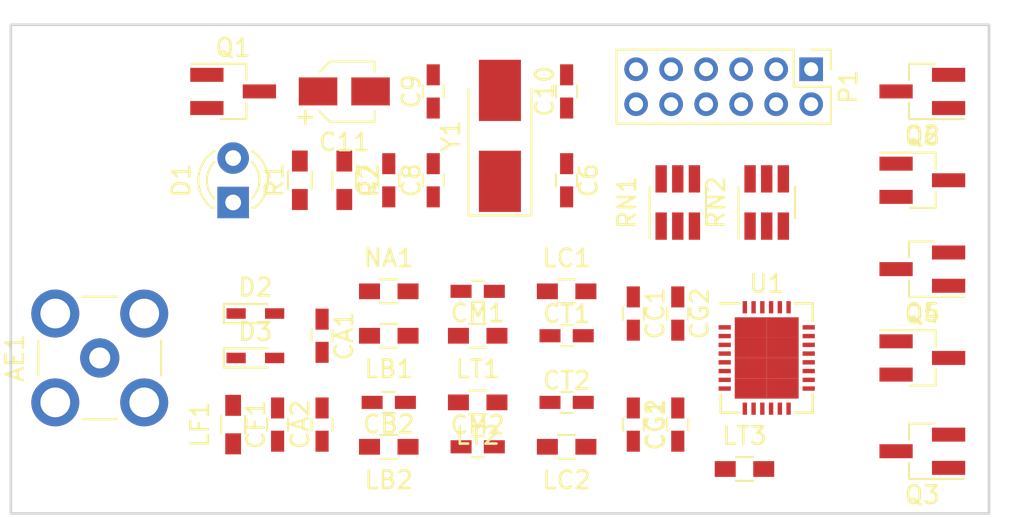
<source format=kicad_pcb>
(kicad_pcb (version 4) (host pcbnew 4.0.5)

  (general
    (links 108)
    (no_connects 108)
    (area 129.464999 104.064999 185.495001 132.155001)
    (thickness 1.6)
    (drawings 4)
    (tracks 0)
    (zones 0)
    (modules 44)
    (nets 35)
  )

  (page A4)
  (layers
    (0 F.Cu signal)
    (31 B.Cu signal)
    (32 B.Adhes user)
    (33 F.Adhes user)
    (34 B.Paste user)
    (35 F.Paste user)
    (36 B.SilkS user)
    (37 F.SilkS user)
    (38 B.Mask user)
    (39 F.Mask user)
    (40 Dwgs.User user)
    (41 Cmts.User user)
    (42 Eco1.User user)
    (43 Eco2.User user)
    (44 Edge.Cuts user)
    (45 Margin user)
    (46 B.CrtYd user)
    (47 F.CrtYd user)
    (48 B.Fab user)
    (49 F.Fab user)
  )

  (setup
    (last_trace_width 0.25)
    (trace_clearance 0.2)
    (zone_clearance 0.508)
    (zone_45_only no)
    (trace_min 0.2)
    (segment_width 0.2)
    (edge_width 0.15)
    (via_size 0.6)
    (via_drill 0.4)
    (via_min_size 0.4)
    (via_min_drill 0.3)
    (uvia_size 0.3)
    (uvia_drill 0.1)
    (uvias_allowed no)
    (uvia_min_size 0.2)
    (uvia_min_drill 0.1)
    (pcb_text_width 0.3)
    (pcb_text_size 1.5 1.5)
    (mod_edge_width 0.15)
    (mod_text_size 1 1)
    (mod_text_width 0.15)
    (pad_size 1.524 1.524)
    (pad_drill 0.762)
    (pad_to_mask_clearance 0.2)
    (aux_axis_origin 181.61 137.16)
    (grid_origin 102.87 105.41)
    (visible_elements 7FFFE7FF)
    (pcbplotparams
      (layerselection 0x00030_80000001)
      (usegerberextensions false)
      (excludeedgelayer true)
      (linewidth 0.100000)
      (plotframeref false)
      (viasonmask false)
      (mode 1)
      (useauxorigin false)
      (hpglpennumber 1)
      (hpglpenspeed 20)
      (hpglpendiameter 15)
      (hpglpenoverlay 2)
      (psnegative false)
      (psa4output false)
      (plotreference true)
      (plotvalue true)
      (plotinvisibletext false)
      (padsonsilk false)
      (subtractmaskfromsilk false)
      (outputformat 1)
      (mirror false)
      (drillshape 1)
      (scaleselection 1)
      (outputdirectory ""))
  )

  (net 0 "")
  (net 1 "Net-(AE1-Pad1)")
  (net 2 GND)
  (net 3 "Net-(D1-Pad1)")
  (net 4 "Net-(D1-Pad2)")
  (net 5 "Net-(Q1-Pad1)")
  (net 6 "Net-(U1-Pad27)")
  (net 7 "Net-(U1-Pad28)")
  (net 8 +1V8)
  (net 9 "Net-(CA1-Pad2)")
  (net 10 "Net-(CB2-Pad1)")
  (net 11 "Net-(CC1-Pad2)")
  (net 12 "Net-(CC2-Pad1)")
  (net 13 "Net-(CM1-Pad2)")
  (net 14 "Net-(CT1-Pad1)")
  (net 15 "Net-(CT2-Pad1)")
  (net 16 "Net-(LT3-Pad1)")
  (net 17 "Net-(LT3-Pad2)")
  (net 18 /MuC_Interrupt_IN)
  (net 19 /MuC_SPI1_MISO)
  (net 20 /MuC_SPI1_MOSI)
  (net 21 SYSCLK)
  (net 22 /MuC_SPI1_SCK)
  (net 23 DCLK)
  (net 24 /MuC_SPI1_CS0)
  (net 25 DATA)
  (net 26 IR1)
  (net 27 "Net-(CG1-Pad1)")
  (net 28 "Net-(CG2-Pad2)")
  (net 29 +3V3)
  (net 30 "Net-(Q2-Pad1)")
  (net 31 "Net-(Q3-Pad1)")
  (net 32 "Net-(Q4-Pad1)")
  (net 33 "Net-(Q5-Pad1)")
  (net 34 "Net-(Q6-Pad1)")

  (net_class Default "This is the default net class."
    (clearance 0.2)
    (trace_width 0.25)
    (via_dia 0.6)
    (via_drill 0.4)
    (uvia_dia 0.3)
    (uvia_drill 0.1)
    (add_net +1V8)
    (add_net +3V3)
    (add_net /MuC_Interrupt_IN)
    (add_net /MuC_SPI1_CS0)
    (add_net /MuC_SPI1_MISO)
    (add_net /MuC_SPI1_MOSI)
    (add_net /MuC_SPI1_SCK)
    (add_net DATA)
    (add_net DCLK)
    (add_net GND)
    (add_net IR1)
    (add_net "Net-(AE1-Pad1)")
    (add_net "Net-(CA1-Pad2)")
    (add_net "Net-(CB2-Pad1)")
    (add_net "Net-(CC1-Pad2)")
    (add_net "Net-(CC2-Pad1)")
    (add_net "Net-(CG1-Pad1)")
    (add_net "Net-(CG2-Pad2)")
    (add_net "Net-(CM1-Pad2)")
    (add_net "Net-(CT1-Pad1)")
    (add_net "Net-(CT2-Pad1)")
    (add_net "Net-(D1-Pad1)")
    (add_net "Net-(D1-Pad2)")
    (add_net "Net-(LT3-Pad1)")
    (add_net "Net-(LT3-Pad2)")
    (add_net "Net-(Q1-Pad1)")
    (add_net "Net-(Q2-Pad1)")
    (add_net "Net-(Q3-Pad1)")
    (add_net "Net-(Q4-Pad1)")
    (add_net "Net-(Q5-Pad1)")
    (add_net "Net-(Q6-Pad1)")
    (add_net "Net-(U1-Pad27)")
    (add_net "Net-(U1-Pad28)")
    (add_net SYSCLK)
  )

  (module Capacitors_SMD:C_0603_HandSoldering (layer F.Cu) (tedit 58AA848B) (tstamp 58AC9F62)
    (at 161.29 113.03 270)
    (descr "Capacitor SMD 0603, hand soldering")
    (tags "capacitor 0603")
    (path /58AB601B)
    (attr smd)
    (fp_text reference C6 (at 0 -1.25 270) (layer F.SilkS)
      (effects (font (size 1 1) (thickness 0.15)))
    )
    (fp_text value C (at 0 1.5 270) (layer F.Fab)
      (effects (font (size 1 1) (thickness 0.15)))
    )
    (fp_text user %R (at 0 -1.25 270) (layer F.Fab)
      (effects (font (size 1 1) (thickness 0.15)))
    )
    (fp_line (start -0.8 0.4) (end -0.8 -0.4) (layer F.Fab) (width 0.1))
    (fp_line (start 0.8 0.4) (end -0.8 0.4) (layer F.Fab) (width 0.1))
    (fp_line (start 0.8 -0.4) (end 0.8 0.4) (layer F.Fab) (width 0.1))
    (fp_line (start -0.8 -0.4) (end 0.8 -0.4) (layer F.Fab) (width 0.1))
    (fp_line (start -0.35 -0.6) (end 0.35 -0.6) (layer F.SilkS) (width 0.12))
    (fp_line (start 0.35 0.6) (end -0.35 0.6) (layer F.SilkS) (width 0.12))
    (fp_line (start -1.8 -0.65) (end 1.8 -0.65) (layer F.CrtYd) (width 0.05))
    (fp_line (start -1.8 -0.65) (end -1.8 0.65) (layer F.CrtYd) (width 0.05))
    (fp_line (start 1.8 0.65) (end 1.8 -0.65) (layer F.CrtYd) (width 0.05))
    (fp_line (start 1.8 0.65) (end -1.8 0.65) (layer F.CrtYd) (width 0.05))
    (pad 1 smd rect (at -0.95 0 270) (size 1.2 0.75) (layers F.Cu F.Paste F.Mask)
      (net 29 +3V3))
    (pad 2 smd rect (at 0.95 0 270) (size 1.2 0.75) (layers F.Cu F.Paste F.Mask)
      (net 2 GND))
    (model Capacitors_SMD.3dshapes/C_0603.wrl
      (at (xyz 0 0 0))
      (scale (xyz 1 1 1))
      (rotate (xyz 0 0 0))
    )
  )

  (module Capacitors_SMD:C_0603_HandSoldering (layer F.Cu) (tedit 58AA848B) (tstamp 58AC9F68)
    (at 151.13 113.03 90)
    (descr "Capacitor SMD 0603, hand soldering")
    (tags "capacitor 0603")
    (path /58ACC65E)
    (attr smd)
    (fp_text reference C7 (at 0 -1.25 90) (layer F.SilkS)
      (effects (font (size 1 1) (thickness 0.15)))
    )
    (fp_text value C (at 0 1.5 90) (layer F.Fab)
      (effects (font (size 1 1) (thickness 0.15)))
    )
    (fp_text user %R (at 0 -1.25 90) (layer F.Fab)
      (effects (font (size 1 1) (thickness 0.15)))
    )
    (fp_line (start -0.8 0.4) (end -0.8 -0.4) (layer F.Fab) (width 0.1))
    (fp_line (start 0.8 0.4) (end -0.8 0.4) (layer F.Fab) (width 0.1))
    (fp_line (start 0.8 -0.4) (end 0.8 0.4) (layer F.Fab) (width 0.1))
    (fp_line (start -0.8 -0.4) (end 0.8 -0.4) (layer F.Fab) (width 0.1))
    (fp_line (start -0.35 -0.6) (end 0.35 -0.6) (layer F.SilkS) (width 0.12))
    (fp_line (start 0.35 0.6) (end -0.35 0.6) (layer F.SilkS) (width 0.12))
    (fp_line (start -1.8 -0.65) (end 1.8 -0.65) (layer F.CrtYd) (width 0.05))
    (fp_line (start -1.8 -0.65) (end -1.8 0.65) (layer F.CrtYd) (width 0.05))
    (fp_line (start 1.8 0.65) (end 1.8 -0.65) (layer F.CrtYd) (width 0.05))
    (fp_line (start 1.8 0.65) (end -1.8 0.65) (layer F.CrtYd) (width 0.05))
    (pad 1 smd rect (at -0.95 0 90) (size 1.2 0.75) (layers F.Cu F.Paste F.Mask)
      (net 8 +1V8))
    (pad 2 smd rect (at 0.95 0 90) (size 1.2 0.75) (layers F.Cu F.Paste F.Mask)
      (net 2 GND))
    (model Capacitors_SMD.3dshapes/C_0603.wrl
      (at (xyz 0 0 0))
      (scale (xyz 1 1 1))
      (rotate (xyz 0 0 0))
    )
  )

  (module Capacitors_SMD:C_0603_HandSoldering (layer F.Cu) (tedit 58AA848B) (tstamp 58AC9F6E)
    (at 153.67 113.03 90)
    (descr "Capacitor SMD 0603, hand soldering")
    (tags "capacitor 0603")
    (path /58ACC664)
    (attr smd)
    (fp_text reference C8 (at 0 -1.25 90) (layer F.SilkS)
      (effects (font (size 1 1) (thickness 0.15)))
    )
    (fp_text value C (at 0 1.5 90) (layer F.Fab)
      (effects (font (size 1 1) (thickness 0.15)))
    )
    (fp_text user %R (at 0 -1.25 90) (layer F.Fab)
      (effects (font (size 1 1) (thickness 0.15)))
    )
    (fp_line (start -0.8 0.4) (end -0.8 -0.4) (layer F.Fab) (width 0.1))
    (fp_line (start 0.8 0.4) (end -0.8 0.4) (layer F.Fab) (width 0.1))
    (fp_line (start 0.8 -0.4) (end 0.8 0.4) (layer F.Fab) (width 0.1))
    (fp_line (start -0.8 -0.4) (end 0.8 -0.4) (layer F.Fab) (width 0.1))
    (fp_line (start -0.35 -0.6) (end 0.35 -0.6) (layer F.SilkS) (width 0.12))
    (fp_line (start 0.35 0.6) (end -0.35 0.6) (layer F.SilkS) (width 0.12))
    (fp_line (start -1.8 -0.65) (end 1.8 -0.65) (layer F.CrtYd) (width 0.05))
    (fp_line (start -1.8 -0.65) (end -1.8 0.65) (layer F.CrtYd) (width 0.05))
    (fp_line (start 1.8 0.65) (end 1.8 -0.65) (layer F.CrtYd) (width 0.05))
    (fp_line (start 1.8 0.65) (end -1.8 0.65) (layer F.CrtYd) (width 0.05))
    (pad 1 smd rect (at -0.95 0 90) (size 1.2 0.75) (layers F.Cu F.Paste F.Mask)
      (net 8 +1V8))
    (pad 2 smd rect (at 0.95 0 90) (size 1.2 0.75) (layers F.Cu F.Paste F.Mask)
      (net 2 GND))
    (model Capacitors_SMD.3dshapes/C_0603.wrl
      (at (xyz 0 0 0))
      (scale (xyz 1 1 1))
      (rotate (xyz 0 0 0))
    )
  )

  (module Capacitors_SMD:C_0603_HandSoldering (layer F.Cu) (tedit 58AA848B) (tstamp 58AC9F74)
    (at 153.67 107.95 90)
    (descr "Capacitor SMD 0603, hand soldering")
    (tags "capacitor 0603")
    (path /58AC1DC1)
    (attr smd)
    (fp_text reference C9 (at 0 -1.25 90) (layer F.SilkS)
      (effects (font (size 1 1) (thickness 0.15)))
    )
    (fp_text value C (at 0 1.5 90) (layer F.Fab)
      (effects (font (size 1 1) (thickness 0.15)))
    )
    (fp_text user %R (at 0 -1.25 90) (layer F.Fab)
      (effects (font (size 1 1) (thickness 0.15)))
    )
    (fp_line (start -0.8 0.4) (end -0.8 -0.4) (layer F.Fab) (width 0.1))
    (fp_line (start 0.8 0.4) (end -0.8 0.4) (layer F.Fab) (width 0.1))
    (fp_line (start 0.8 -0.4) (end 0.8 0.4) (layer F.Fab) (width 0.1))
    (fp_line (start -0.8 -0.4) (end 0.8 -0.4) (layer F.Fab) (width 0.1))
    (fp_line (start -0.35 -0.6) (end 0.35 -0.6) (layer F.SilkS) (width 0.12))
    (fp_line (start 0.35 0.6) (end -0.35 0.6) (layer F.SilkS) (width 0.12))
    (fp_line (start -1.8 -0.65) (end 1.8 -0.65) (layer F.CrtYd) (width 0.05))
    (fp_line (start -1.8 -0.65) (end -1.8 0.65) (layer F.CrtYd) (width 0.05))
    (fp_line (start 1.8 0.65) (end 1.8 -0.65) (layer F.CrtYd) (width 0.05))
    (fp_line (start 1.8 0.65) (end -1.8 0.65) (layer F.CrtYd) (width 0.05))
    (pad 1 smd rect (at -0.95 0 90) (size 1.2 0.75) (layers F.Cu F.Paste F.Mask)
      (net 29 +3V3))
    (pad 2 smd rect (at 0.95 0 90) (size 1.2 0.75) (layers F.Cu F.Paste F.Mask)
      (net 2 GND))
    (model Capacitors_SMD.3dshapes/C_0603.wrl
      (at (xyz 0 0 0))
      (scale (xyz 1 1 1))
      (rotate (xyz 0 0 0))
    )
  )

  (module Capacitors_SMD:C_0603_HandSoldering (layer F.Cu) (tedit 58AA848B) (tstamp 58AC9F7A)
    (at 161.29 107.95 90)
    (descr "Capacitor SMD 0603, hand soldering")
    (tags "capacitor 0603")
    (path /58AC1DC8)
    (attr smd)
    (fp_text reference C10 (at 0 -1.25 90) (layer F.SilkS)
      (effects (font (size 1 1) (thickness 0.15)))
    )
    (fp_text value C (at 0 1.5 90) (layer F.Fab)
      (effects (font (size 1 1) (thickness 0.15)))
    )
    (fp_text user %R (at 0 -1.25 90) (layer F.Fab)
      (effects (font (size 1 1) (thickness 0.15)))
    )
    (fp_line (start -0.8 0.4) (end -0.8 -0.4) (layer F.Fab) (width 0.1))
    (fp_line (start 0.8 0.4) (end -0.8 0.4) (layer F.Fab) (width 0.1))
    (fp_line (start 0.8 -0.4) (end 0.8 0.4) (layer F.Fab) (width 0.1))
    (fp_line (start -0.8 -0.4) (end 0.8 -0.4) (layer F.Fab) (width 0.1))
    (fp_line (start -0.35 -0.6) (end 0.35 -0.6) (layer F.SilkS) (width 0.12))
    (fp_line (start 0.35 0.6) (end -0.35 0.6) (layer F.SilkS) (width 0.12))
    (fp_line (start -1.8 -0.65) (end 1.8 -0.65) (layer F.CrtYd) (width 0.05))
    (fp_line (start -1.8 -0.65) (end -1.8 0.65) (layer F.CrtYd) (width 0.05))
    (fp_line (start 1.8 0.65) (end 1.8 -0.65) (layer F.CrtYd) (width 0.05))
    (fp_line (start 1.8 0.65) (end -1.8 0.65) (layer F.CrtYd) (width 0.05))
    (pad 1 smd rect (at -0.95 0 90) (size 1.2 0.75) (layers F.Cu F.Paste F.Mask)
      (net 29 +3V3))
    (pad 2 smd rect (at 0.95 0 90) (size 1.2 0.75) (layers F.Cu F.Paste F.Mask)
      (net 2 GND))
    (model Capacitors_SMD.3dshapes/C_0603.wrl
      (at (xyz 0 0 0))
      (scale (xyz 1 1 1))
      (rotate (xyz 0 0 0))
    )
  )

  (module Capacitors_SMD:C_0603_HandSoldering (layer F.Cu) (tedit 58AA848B) (tstamp 58AC9F86)
    (at 147.32 121.92 270)
    (descr "Capacitor SMD 0603, hand soldering")
    (tags "capacitor 0603")
    (path /58ACE87B)
    (attr smd)
    (fp_text reference CA1 (at 0 -1.25 270) (layer F.SilkS)
      (effects (font (size 1 1) (thickness 0.15)))
    )
    (fp_text value C (at 0 1.5 270) (layer F.Fab)
      (effects (font (size 1 1) (thickness 0.15)))
    )
    (fp_text user %R (at 0 -1.25 270) (layer F.Fab)
      (effects (font (size 1 1) (thickness 0.15)))
    )
    (fp_line (start -0.8 0.4) (end -0.8 -0.4) (layer F.Fab) (width 0.1))
    (fp_line (start 0.8 0.4) (end -0.8 0.4) (layer F.Fab) (width 0.1))
    (fp_line (start 0.8 -0.4) (end 0.8 0.4) (layer F.Fab) (width 0.1))
    (fp_line (start -0.8 -0.4) (end 0.8 -0.4) (layer F.Fab) (width 0.1))
    (fp_line (start -0.35 -0.6) (end 0.35 -0.6) (layer F.SilkS) (width 0.12))
    (fp_line (start 0.35 0.6) (end -0.35 0.6) (layer F.SilkS) (width 0.12))
    (fp_line (start -1.8 -0.65) (end 1.8 -0.65) (layer F.CrtYd) (width 0.05))
    (fp_line (start -1.8 -0.65) (end -1.8 0.65) (layer F.CrtYd) (width 0.05))
    (fp_line (start 1.8 0.65) (end 1.8 -0.65) (layer F.CrtYd) (width 0.05))
    (fp_line (start 1.8 0.65) (end -1.8 0.65) (layer F.CrtYd) (width 0.05))
    (pad 1 smd rect (at -0.95 0 270) (size 1.2 0.75) (layers F.Cu F.Paste F.Mask)
      (net 2 GND))
    (pad 2 smd rect (at 0.95 0 270) (size 1.2 0.75) (layers F.Cu F.Paste F.Mask)
      (net 9 "Net-(CA1-Pad2)"))
    (model Capacitors_SMD.3dshapes/C_0603.wrl
      (at (xyz 0 0 0))
      (scale (xyz 1 1 1))
      (rotate (xyz 0 0 0))
    )
  )

  (module Capacitors_SMD:C_0603_HandSoldering (layer F.Cu) (tedit 58AA848B) (tstamp 58AC9F8C)
    (at 147.32 127 90)
    (descr "Capacitor SMD 0603, hand soldering")
    (tags "capacitor 0603")
    (path /58ACE933)
    (attr smd)
    (fp_text reference CA2 (at 0 -1.25 90) (layer F.SilkS)
      (effects (font (size 1 1) (thickness 0.15)))
    )
    (fp_text value C (at 0 1.5 90) (layer F.Fab)
      (effects (font (size 1 1) (thickness 0.15)))
    )
    (fp_text user %R (at 0 -1.25 90) (layer F.Fab)
      (effects (font (size 1 1) (thickness 0.15)))
    )
    (fp_line (start -0.8 0.4) (end -0.8 -0.4) (layer F.Fab) (width 0.1))
    (fp_line (start 0.8 0.4) (end -0.8 0.4) (layer F.Fab) (width 0.1))
    (fp_line (start 0.8 -0.4) (end 0.8 0.4) (layer F.Fab) (width 0.1))
    (fp_line (start -0.8 -0.4) (end 0.8 -0.4) (layer F.Fab) (width 0.1))
    (fp_line (start -0.35 -0.6) (end 0.35 -0.6) (layer F.SilkS) (width 0.12))
    (fp_line (start 0.35 0.6) (end -0.35 0.6) (layer F.SilkS) (width 0.12))
    (fp_line (start -1.8 -0.65) (end 1.8 -0.65) (layer F.CrtYd) (width 0.05))
    (fp_line (start -1.8 -0.65) (end -1.8 0.65) (layer F.CrtYd) (width 0.05))
    (fp_line (start 1.8 0.65) (end 1.8 -0.65) (layer F.CrtYd) (width 0.05))
    (fp_line (start 1.8 0.65) (end -1.8 0.65) (layer F.CrtYd) (width 0.05))
    (pad 1 smd rect (at -0.95 0 90) (size 1.2 0.75) (layers F.Cu F.Paste F.Mask)
      (net 2 GND))
    (pad 2 smd rect (at 0.95 0 90) (size 1.2 0.75) (layers F.Cu F.Paste F.Mask)
      (net 1 "Net-(AE1-Pad1)"))
    (model Capacitors_SMD.3dshapes/C_0603.wrl
      (at (xyz 0 0 0))
      (scale (xyz 1 1 1))
      (rotate (xyz 0 0 0))
    )
  )

  (module Capacitors_SMD:C_0603_HandSoldering (layer F.Cu) (tedit 58AA848B) (tstamp 58AC9F92)
    (at 151.13 125.73 180)
    (descr "Capacitor SMD 0603, hand soldering")
    (tags "capacitor 0603")
    (path /58ACD17C)
    (attr smd)
    (fp_text reference CB2 (at 0 -1.25 180) (layer F.SilkS)
      (effects (font (size 1 1) (thickness 0.15)))
    )
    (fp_text value C (at 0 1.5 180) (layer F.Fab)
      (effects (font (size 1 1) (thickness 0.15)))
    )
    (fp_text user %R (at 0 -1.25 180) (layer F.Fab)
      (effects (font (size 1 1) (thickness 0.15)))
    )
    (fp_line (start -0.8 0.4) (end -0.8 -0.4) (layer F.Fab) (width 0.1))
    (fp_line (start 0.8 0.4) (end -0.8 0.4) (layer F.Fab) (width 0.1))
    (fp_line (start 0.8 -0.4) (end 0.8 0.4) (layer F.Fab) (width 0.1))
    (fp_line (start -0.8 -0.4) (end 0.8 -0.4) (layer F.Fab) (width 0.1))
    (fp_line (start -0.35 -0.6) (end 0.35 -0.6) (layer F.SilkS) (width 0.12))
    (fp_line (start 0.35 0.6) (end -0.35 0.6) (layer F.SilkS) (width 0.12))
    (fp_line (start -1.8 -0.65) (end 1.8 -0.65) (layer F.CrtYd) (width 0.05))
    (fp_line (start -1.8 -0.65) (end -1.8 0.65) (layer F.CrtYd) (width 0.05))
    (fp_line (start 1.8 0.65) (end 1.8 -0.65) (layer F.CrtYd) (width 0.05))
    (fp_line (start 1.8 0.65) (end -1.8 0.65) (layer F.CrtYd) (width 0.05))
    (pad 1 smd rect (at -0.95 0 180) (size 1.2 0.75) (layers F.Cu F.Paste F.Mask)
      (net 10 "Net-(CB2-Pad1)"))
    (pad 2 smd rect (at 0.95 0 180) (size 1.2 0.75) (layers F.Cu F.Paste F.Mask)
      (net 9 "Net-(CA1-Pad2)"))
    (model Capacitors_SMD.3dshapes/C_0603.wrl
      (at (xyz 0 0 0))
      (scale (xyz 1 1 1))
      (rotate (xyz 0 0 0))
    )
  )

  (module Capacitors_SMD:C_0603_HandSoldering (layer F.Cu) (tedit 58AA848B) (tstamp 58AC9F98)
    (at 165.1 120.65 270)
    (descr "Capacitor SMD 0603, hand soldering")
    (tags "capacitor 0603")
    (path /58AC9A28)
    (attr smd)
    (fp_text reference CC1 (at 0 -1.25 270) (layer F.SilkS)
      (effects (font (size 1 1) (thickness 0.15)))
    )
    (fp_text value C (at 0 1.5 270) (layer F.Fab)
      (effects (font (size 1 1) (thickness 0.15)))
    )
    (fp_text user %R (at 0 -1.25 270) (layer F.Fab)
      (effects (font (size 1 1) (thickness 0.15)))
    )
    (fp_line (start -0.8 0.4) (end -0.8 -0.4) (layer F.Fab) (width 0.1))
    (fp_line (start 0.8 0.4) (end -0.8 0.4) (layer F.Fab) (width 0.1))
    (fp_line (start 0.8 -0.4) (end 0.8 0.4) (layer F.Fab) (width 0.1))
    (fp_line (start -0.8 -0.4) (end 0.8 -0.4) (layer F.Fab) (width 0.1))
    (fp_line (start -0.35 -0.6) (end 0.35 -0.6) (layer F.SilkS) (width 0.12))
    (fp_line (start 0.35 0.6) (end -0.35 0.6) (layer F.SilkS) (width 0.12))
    (fp_line (start -1.8 -0.65) (end 1.8 -0.65) (layer F.CrtYd) (width 0.05))
    (fp_line (start -1.8 -0.65) (end -1.8 0.65) (layer F.CrtYd) (width 0.05))
    (fp_line (start 1.8 0.65) (end 1.8 -0.65) (layer F.CrtYd) (width 0.05))
    (fp_line (start 1.8 0.65) (end -1.8 0.65) (layer F.CrtYd) (width 0.05))
    (pad 1 smd rect (at -0.95 0 270) (size 1.2 0.75) (layers F.Cu F.Paste F.Mask)
      (net 2 GND))
    (pad 2 smd rect (at 0.95 0 270) (size 1.2 0.75) (layers F.Cu F.Paste F.Mask)
      (net 11 "Net-(CC1-Pad2)"))
    (model Capacitors_SMD.3dshapes/C_0603.wrl
      (at (xyz 0 0 0))
      (scale (xyz 1 1 1))
      (rotate (xyz 0 0 0))
    )
  )

  (module Capacitors_SMD:C_0603_HandSoldering (layer F.Cu) (tedit 58AA848B) (tstamp 58AC9F9E)
    (at 165.1 127 270)
    (descr "Capacitor SMD 0603, hand soldering")
    (tags "capacitor 0603")
    (path /58AC9AC2)
    (attr smd)
    (fp_text reference CC2 (at 0 -1.25 270) (layer F.SilkS)
      (effects (font (size 1 1) (thickness 0.15)))
    )
    (fp_text value C (at 0 1.5 270) (layer F.Fab)
      (effects (font (size 1 1) (thickness 0.15)))
    )
    (fp_text user %R (at 0 -1.25 270) (layer F.Fab)
      (effects (font (size 1 1) (thickness 0.15)))
    )
    (fp_line (start -0.8 0.4) (end -0.8 -0.4) (layer F.Fab) (width 0.1))
    (fp_line (start 0.8 0.4) (end -0.8 0.4) (layer F.Fab) (width 0.1))
    (fp_line (start 0.8 -0.4) (end 0.8 0.4) (layer F.Fab) (width 0.1))
    (fp_line (start -0.8 -0.4) (end 0.8 -0.4) (layer F.Fab) (width 0.1))
    (fp_line (start -0.35 -0.6) (end 0.35 -0.6) (layer F.SilkS) (width 0.12))
    (fp_line (start 0.35 0.6) (end -0.35 0.6) (layer F.SilkS) (width 0.12))
    (fp_line (start -1.8 -0.65) (end 1.8 -0.65) (layer F.CrtYd) (width 0.05))
    (fp_line (start -1.8 -0.65) (end -1.8 0.65) (layer F.CrtYd) (width 0.05))
    (fp_line (start 1.8 0.65) (end 1.8 -0.65) (layer F.CrtYd) (width 0.05))
    (fp_line (start 1.8 0.65) (end -1.8 0.65) (layer F.CrtYd) (width 0.05))
    (pad 1 smd rect (at -0.95 0 270) (size 1.2 0.75) (layers F.Cu F.Paste F.Mask)
      (net 12 "Net-(CC2-Pad1)"))
    (pad 2 smd rect (at 0.95 0 270) (size 1.2 0.75) (layers F.Cu F.Paste F.Mask)
      (net 2 GND))
    (model Capacitors_SMD.3dshapes/C_0603.wrl
      (at (xyz 0 0 0))
      (scale (xyz 1 1 1))
      (rotate (xyz 0 0 0))
    )
  )

  (module Capacitors_SMD:C_0603_HandSoldering (layer F.Cu) (tedit 58AA848B) (tstamp 58AC9FA4)
    (at 144.78 127 90)
    (descr "Capacitor SMD 0603, hand soldering")
    (tags "capacitor 0603")
    (path /58ACEAC2)
    (attr smd)
    (fp_text reference CF1 (at 0 -1.25 90) (layer F.SilkS)
      (effects (font (size 1 1) (thickness 0.15)))
    )
    (fp_text value C (at 0 1.5 90) (layer F.Fab)
      (effects (font (size 1 1) (thickness 0.15)))
    )
    (fp_text user %R (at 0 -1.25 90) (layer F.Fab)
      (effects (font (size 1 1) (thickness 0.15)))
    )
    (fp_line (start -0.8 0.4) (end -0.8 -0.4) (layer F.Fab) (width 0.1))
    (fp_line (start 0.8 0.4) (end -0.8 0.4) (layer F.Fab) (width 0.1))
    (fp_line (start 0.8 -0.4) (end 0.8 0.4) (layer F.Fab) (width 0.1))
    (fp_line (start -0.8 -0.4) (end 0.8 -0.4) (layer F.Fab) (width 0.1))
    (fp_line (start -0.35 -0.6) (end 0.35 -0.6) (layer F.SilkS) (width 0.12))
    (fp_line (start 0.35 0.6) (end -0.35 0.6) (layer F.SilkS) (width 0.12))
    (fp_line (start -1.8 -0.65) (end 1.8 -0.65) (layer F.CrtYd) (width 0.05))
    (fp_line (start -1.8 -0.65) (end -1.8 0.65) (layer F.CrtYd) (width 0.05))
    (fp_line (start 1.8 0.65) (end 1.8 -0.65) (layer F.CrtYd) (width 0.05))
    (fp_line (start 1.8 0.65) (end -1.8 0.65) (layer F.CrtYd) (width 0.05))
    (pad 1 smd rect (at -0.95 0 90) (size 1.2 0.75) (layers F.Cu F.Paste F.Mask)
      (net 1 "Net-(AE1-Pad1)"))
    (pad 2 smd rect (at 0.95 0 90) (size 1.2 0.75) (layers F.Cu F.Paste F.Mask)
      (net 9 "Net-(CA1-Pad2)"))
    (model Capacitors_SMD.3dshapes/C_0603.wrl
      (at (xyz 0 0 0))
      (scale (xyz 1 1 1))
      (rotate (xyz 0 0 0))
    )
  )

  (module Capacitors_SMD:C_0603_HandSoldering (layer F.Cu) (tedit 58AA848B) (tstamp 58AC9FAA)
    (at 156.21 119.38 180)
    (descr "Capacitor SMD 0603, hand soldering")
    (tags "capacitor 0603")
    (path /58ACC21D)
    (attr smd)
    (fp_text reference CM1 (at 0 -1.25 180) (layer F.SilkS)
      (effects (font (size 1 1) (thickness 0.15)))
    )
    (fp_text value C (at 0 1.5 180) (layer F.Fab)
      (effects (font (size 1 1) (thickness 0.15)))
    )
    (fp_text user %R (at 0 -1.25 180) (layer F.Fab)
      (effects (font (size 1 1) (thickness 0.15)))
    )
    (fp_line (start -0.8 0.4) (end -0.8 -0.4) (layer F.Fab) (width 0.1))
    (fp_line (start 0.8 0.4) (end -0.8 0.4) (layer F.Fab) (width 0.1))
    (fp_line (start 0.8 -0.4) (end 0.8 0.4) (layer F.Fab) (width 0.1))
    (fp_line (start -0.8 -0.4) (end 0.8 -0.4) (layer F.Fab) (width 0.1))
    (fp_line (start -0.35 -0.6) (end 0.35 -0.6) (layer F.SilkS) (width 0.12))
    (fp_line (start 0.35 0.6) (end -0.35 0.6) (layer F.SilkS) (width 0.12))
    (fp_line (start -1.8 -0.65) (end 1.8 -0.65) (layer F.CrtYd) (width 0.05))
    (fp_line (start -1.8 -0.65) (end -1.8 0.65) (layer F.CrtYd) (width 0.05))
    (fp_line (start 1.8 0.65) (end 1.8 -0.65) (layer F.CrtYd) (width 0.05))
    (fp_line (start 1.8 0.65) (end -1.8 0.65) (layer F.CrtYd) (width 0.05))
    (pad 1 smd rect (at -0.95 0 180) (size 1.2 0.75) (layers F.Cu F.Paste F.Mask)
      (net 2 GND))
    (pad 2 smd rect (at 0.95 0 180) (size 1.2 0.75) (layers F.Cu F.Paste F.Mask)
      (net 13 "Net-(CM1-Pad2)"))
    (model Capacitors_SMD.3dshapes/C_0603.wrl
      (at (xyz 0 0 0))
      (scale (xyz 1 1 1))
      (rotate (xyz 0 0 0))
    )
  )

  (module Capacitors_SMD:C_0603_HandSoldering (layer F.Cu) (tedit 58AA848B) (tstamp 58AC9FB0)
    (at 156.21 128.27)
    (descr "Capacitor SMD 0603, hand soldering")
    (tags "capacitor 0603")
    (path /58ACC031)
    (attr smd)
    (fp_text reference CM2 (at 0 -1.25) (layer F.SilkS)
      (effects (font (size 1 1) (thickness 0.15)))
    )
    (fp_text value C (at 0 1.5) (layer F.Fab)
      (effects (font (size 1 1) (thickness 0.15)))
    )
    (fp_text user %R (at 0 -1.25) (layer F.Fab)
      (effects (font (size 1 1) (thickness 0.15)))
    )
    (fp_line (start -0.8 0.4) (end -0.8 -0.4) (layer F.Fab) (width 0.1))
    (fp_line (start 0.8 0.4) (end -0.8 0.4) (layer F.Fab) (width 0.1))
    (fp_line (start 0.8 -0.4) (end 0.8 0.4) (layer F.Fab) (width 0.1))
    (fp_line (start -0.8 -0.4) (end 0.8 -0.4) (layer F.Fab) (width 0.1))
    (fp_line (start -0.35 -0.6) (end 0.35 -0.6) (layer F.SilkS) (width 0.12))
    (fp_line (start 0.35 0.6) (end -0.35 0.6) (layer F.SilkS) (width 0.12))
    (fp_line (start -1.8 -0.65) (end 1.8 -0.65) (layer F.CrtYd) (width 0.05))
    (fp_line (start -1.8 -0.65) (end -1.8 0.65) (layer F.CrtYd) (width 0.05))
    (fp_line (start 1.8 0.65) (end 1.8 -0.65) (layer F.CrtYd) (width 0.05))
    (fp_line (start 1.8 0.65) (end -1.8 0.65) (layer F.CrtYd) (width 0.05))
    (pad 1 smd rect (at -0.95 0) (size 1.2 0.75) (layers F.Cu F.Paste F.Mask)
      (net 10 "Net-(CB2-Pad1)"))
    (pad 2 smd rect (at 0.95 0) (size 1.2 0.75) (layers F.Cu F.Paste F.Mask)
      (net 2 GND))
    (model Capacitors_SMD.3dshapes/C_0603.wrl
      (at (xyz 0 0 0))
      (scale (xyz 1 1 1))
      (rotate (xyz 0 0 0))
    )
  )

  (module Capacitors_SMD:C_0603_HandSoldering (layer F.Cu) (tedit 58AA848B) (tstamp 58AC9FB6)
    (at 161.29 121.92)
    (descr "Capacitor SMD 0603, hand soldering")
    (tags "capacitor 0603")
    (path /58A892F3)
    (attr smd)
    (fp_text reference CT1 (at 0 -1.25) (layer F.SilkS)
      (effects (font (size 1 1) (thickness 0.15)))
    )
    (fp_text value C (at 0 1.5) (layer F.Fab)
      (effects (font (size 1 1) (thickness 0.15)))
    )
    (fp_text user %R (at 0 -1.25) (layer F.Fab)
      (effects (font (size 1 1) (thickness 0.15)))
    )
    (fp_line (start -0.8 0.4) (end -0.8 -0.4) (layer F.Fab) (width 0.1))
    (fp_line (start 0.8 0.4) (end -0.8 0.4) (layer F.Fab) (width 0.1))
    (fp_line (start 0.8 -0.4) (end 0.8 0.4) (layer F.Fab) (width 0.1))
    (fp_line (start -0.8 -0.4) (end 0.8 -0.4) (layer F.Fab) (width 0.1))
    (fp_line (start -0.35 -0.6) (end 0.35 -0.6) (layer F.SilkS) (width 0.12))
    (fp_line (start 0.35 0.6) (end -0.35 0.6) (layer F.SilkS) (width 0.12))
    (fp_line (start -1.8 -0.65) (end 1.8 -0.65) (layer F.CrtYd) (width 0.05))
    (fp_line (start -1.8 -0.65) (end -1.8 0.65) (layer F.CrtYd) (width 0.05))
    (fp_line (start 1.8 0.65) (end 1.8 -0.65) (layer F.CrtYd) (width 0.05))
    (fp_line (start 1.8 0.65) (end -1.8 0.65) (layer F.CrtYd) (width 0.05))
    (pad 1 smd rect (at -0.95 0) (size 1.2 0.75) (layers F.Cu F.Paste F.Mask)
      (net 14 "Net-(CT1-Pad1)"))
    (pad 2 smd rect (at 0.95 0) (size 1.2 0.75) (layers F.Cu F.Paste F.Mask)
      (net 11 "Net-(CC1-Pad2)"))
    (model Capacitors_SMD.3dshapes/C_0603.wrl
      (at (xyz 0 0 0))
      (scale (xyz 1 1 1))
      (rotate (xyz 0 0 0))
    )
  )

  (module Capacitors_SMD:C_0603_HandSoldering (layer F.Cu) (tedit 58AA848B) (tstamp 58AC9FBC)
    (at 161.29 125.73)
    (descr "Capacitor SMD 0603, hand soldering")
    (tags "capacitor 0603")
    (path /58A8933C)
    (attr smd)
    (fp_text reference CT2 (at 0 -1.25) (layer F.SilkS)
      (effects (font (size 1 1) (thickness 0.15)))
    )
    (fp_text value C (at 0 1.5) (layer F.Fab)
      (effects (font (size 1 1) (thickness 0.15)))
    )
    (fp_text user %R (at 0 -1.25) (layer F.Fab)
      (effects (font (size 1 1) (thickness 0.15)))
    )
    (fp_line (start -0.8 0.4) (end -0.8 -0.4) (layer F.Fab) (width 0.1))
    (fp_line (start 0.8 0.4) (end -0.8 0.4) (layer F.Fab) (width 0.1))
    (fp_line (start 0.8 -0.4) (end 0.8 0.4) (layer F.Fab) (width 0.1))
    (fp_line (start -0.8 -0.4) (end 0.8 -0.4) (layer F.Fab) (width 0.1))
    (fp_line (start -0.35 -0.6) (end 0.35 -0.6) (layer F.SilkS) (width 0.12))
    (fp_line (start 0.35 0.6) (end -0.35 0.6) (layer F.SilkS) (width 0.12))
    (fp_line (start -1.8 -0.65) (end 1.8 -0.65) (layer F.CrtYd) (width 0.05))
    (fp_line (start -1.8 -0.65) (end -1.8 0.65) (layer F.CrtYd) (width 0.05))
    (fp_line (start 1.8 0.65) (end 1.8 -0.65) (layer F.CrtYd) (width 0.05))
    (fp_line (start 1.8 0.65) (end -1.8 0.65) (layer F.CrtYd) (width 0.05))
    (pad 1 smd rect (at -0.95 0) (size 1.2 0.75) (layers F.Cu F.Paste F.Mask)
      (net 15 "Net-(CT2-Pad1)"))
    (pad 2 smd rect (at 0.95 0) (size 1.2 0.75) (layers F.Cu F.Paste F.Mask)
      (net 12 "Net-(CC2-Pad1)"))
    (model Capacitors_SMD.3dshapes/C_0603.wrl
      (at (xyz 0 0 0))
      (scale (xyz 1 1 1))
      (rotate (xyz 0 0 0))
    )
  )

  (module LEDs:LED_D3.0mm (layer F.Cu) (tedit 587A3A7B) (tstamp 58AC9FC2)
    (at 142.24 114.3 90)
    (descr "LED, diameter 3.0mm, 2 pins")
    (tags "LED diameter 3.0mm 2 pins")
    (path /58A8D3FF)
    (fp_text reference D1 (at 1.27 -2.96 90) (layer F.SilkS)
      (effects (font (size 1 1) (thickness 0.15)))
    )
    (fp_text value LED (at 1.27 2.96 90) (layer F.Fab)
      (effects (font (size 1 1) (thickness 0.15)))
    )
    (fp_arc (start 1.27 0) (end -0.23 -1.16619) (angle 284.3) (layer F.Fab) (width 0.1))
    (fp_arc (start 1.27 0) (end -0.29 -1.235516) (angle 108.8) (layer F.SilkS) (width 0.12))
    (fp_arc (start 1.27 0) (end -0.29 1.235516) (angle -108.8) (layer F.SilkS) (width 0.12))
    (fp_arc (start 1.27 0) (end 0.229039 -1.08) (angle 87.9) (layer F.SilkS) (width 0.12))
    (fp_arc (start 1.27 0) (end 0.229039 1.08) (angle -87.9) (layer F.SilkS) (width 0.12))
    (fp_circle (center 1.27 0) (end 2.77 0) (layer F.Fab) (width 0.1))
    (fp_line (start -0.23 -1.16619) (end -0.23 1.16619) (layer F.Fab) (width 0.1))
    (fp_line (start -0.29 -1.236) (end -0.29 -1.08) (layer F.SilkS) (width 0.12))
    (fp_line (start -0.29 1.08) (end -0.29 1.236) (layer F.SilkS) (width 0.12))
    (fp_line (start -1.15 -2.25) (end -1.15 2.25) (layer F.CrtYd) (width 0.05))
    (fp_line (start -1.15 2.25) (end 3.7 2.25) (layer F.CrtYd) (width 0.05))
    (fp_line (start 3.7 2.25) (end 3.7 -2.25) (layer F.CrtYd) (width 0.05))
    (fp_line (start 3.7 -2.25) (end -1.15 -2.25) (layer F.CrtYd) (width 0.05))
    (pad 1 thru_hole rect (at 0 0 90) (size 1.8 1.8) (drill 0.9) (layers *.Cu *.Mask)
      (net 3 "Net-(D1-Pad1)"))
    (pad 2 thru_hole circle (at 2.54 0 90) (size 1.8 1.8) (drill 0.9) (layers *.Cu *.Mask)
      (net 4 "Net-(D1-Pad2)"))
    (model LEDs.3dshapes/LED_D3.0mm.wrl
      (at (xyz 0 0 0))
      (scale (xyz 0.393701 0.393701 0.393701))
      (rotate (xyz 0 0 0))
    )
  )

  (module Pin_Headers:Pin_Header_Straight_2x06_Pitch2.00mm (layer F.Cu) (tedit 5862ED57) (tstamp 58ACA008)
    (at 175.26 106.68 270)
    (descr "Through hole straight pin header, 2x06, 2.00mm pitch, double rows")
    (tags "Through hole pin header THT 2x06 2.00mm double row")
    (path /58AF41B6)
    (fp_text reference P1 (at 1 -2.12 270) (layer F.SilkS)
      (effects (font (size 1 1) (thickness 0.15)))
    )
    (fp_text value CONN_02X06 (at 1 12.12 270) (layer F.Fab)
      (effects (font (size 1 1) (thickness 0.15)))
    )
    (fp_line (start -1 -1) (end -1 11) (layer F.Fab) (width 0.1))
    (fp_line (start -1 11) (end 3 11) (layer F.Fab) (width 0.1))
    (fp_line (start 3 11) (end 3 -1) (layer F.Fab) (width 0.1))
    (fp_line (start 3 -1) (end -1 -1) (layer F.Fab) (width 0.1))
    (fp_line (start -1.12 1) (end -1.12 11.12) (layer F.SilkS) (width 0.12))
    (fp_line (start -1.12 11.12) (end 3.12 11.12) (layer F.SilkS) (width 0.12))
    (fp_line (start 3.12 11.12) (end 3.12 -1.12) (layer F.SilkS) (width 0.12))
    (fp_line (start 3.12 -1.12) (end 1 -1.12) (layer F.SilkS) (width 0.12))
    (fp_line (start 1 -1.12) (end 1 1) (layer F.SilkS) (width 0.12))
    (fp_line (start 1 1) (end -1.12 1) (layer F.SilkS) (width 0.12))
    (fp_line (start -1.12 0) (end -1.12 -1.12) (layer F.SilkS) (width 0.12))
    (fp_line (start -1.12 -1.12) (end 0 -1.12) (layer F.SilkS) (width 0.12))
    (fp_line (start -1.3 -1.3) (end -1.3 11.3) (layer F.CrtYd) (width 0.05))
    (fp_line (start -1.3 11.3) (end 3.3 11.3) (layer F.CrtYd) (width 0.05))
    (fp_line (start 3.3 11.3) (end 3.3 -1.3) (layer F.CrtYd) (width 0.05))
    (fp_line (start 3.3 -1.3) (end -1.3 -1.3) (layer F.CrtYd) (width 0.05))
    (pad 1 thru_hole rect (at 0 0 270) (size 1.35 1.35) (drill 0.8) (layers *.Cu *.Mask)
      (net 18 /MuC_Interrupt_IN))
    (pad 2 thru_hole oval (at 2 0 270) (size 1.35 1.35) (drill 0.8) (layers *.Cu *.Mask)
      (net 8 +1V8))
    (pad 3 thru_hole oval (at 0 2 270) (size 1.35 1.35) (drill 0.8) (layers *.Cu *.Mask)
      (net 19 /MuC_SPI1_MISO))
    (pad 4 thru_hole oval (at 2 2 270) (size 1.35 1.35) (drill 0.8) (layers *.Cu *.Mask)
      (net 29 +3V3))
    (pad 5 thru_hole oval (at 0 4 270) (size 1.35 1.35) (drill 0.8) (layers *.Cu *.Mask)
      (net 20 /MuC_SPI1_MOSI))
    (pad 6 thru_hole oval (at 2 4 270) (size 1.35 1.35) (drill 0.8) (layers *.Cu *.Mask)
      (net 21 SYSCLK))
    (pad 7 thru_hole oval (at 0 6 270) (size 1.35 1.35) (drill 0.8) (layers *.Cu *.Mask)
      (net 22 /MuC_SPI1_SCK))
    (pad 8 thru_hole oval (at 2 6 270) (size 1.35 1.35) (drill 0.8) (layers *.Cu *.Mask)
      (net 23 DCLK))
    (pad 9 thru_hole oval (at 0 8 270) (size 1.35 1.35) (drill 0.8) (layers *.Cu *.Mask)
      (net 24 /MuC_SPI1_CS0))
    (pad 10 thru_hole oval (at 2 8 270) (size 1.35 1.35) (drill 0.8) (layers *.Cu *.Mask)
      (net 25 DATA))
    (pad 11 thru_hole oval (at 0 10 270) (size 1.35 1.35) (drill 0.8) (layers *.Cu *.Mask)
      (net 26 IR1))
    (pad 12 thru_hole oval (at 2 10 270) (size 1.35 1.35) (drill 0.8) (layers *.Cu *.Mask)
      (net 2 GND))
    (model Pin_Headers.3dshapes/Pin_Header_Straight_2x06_Pitch2.00mm.wrl
      (at (xyz 0 0 0))
      (scale (xyz 1 1 1))
      (rotate (xyz 0 0 0))
    )
  )

  (module TO_SOT_Packages_SMD:SOT-23_Handsoldering (layer F.Cu) (tedit 583F3954) (tstamp 58ACA00F)
    (at 142.24 107.95)
    (descr "SOT-23, Handsoldering")
    (tags SOT-23)
    (path /58A8D70F)
    (attr smd)
    (fp_text reference Q1 (at 0 -2.5) (layer F.SilkS)
      (effects (font (size 1 1) (thickness 0.15)))
    )
    (fp_text value Q_NPN_BCE (at 0 2.5) (layer F.Fab)
      (effects (font (size 1 1) (thickness 0.15)))
    )
    (fp_line (start 0.76 1.58) (end 0.76 0.65) (layer F.SilkS) (width 0.12))
    (fp_line (start 0.76 -1.58) (end 0.76 -0.65) (layer F.SilkS) (width 0.12))
    (fp_line (start -2.7 -1.75) (end 2.7 -1.75) (layer F.CrtYd) (width 0.05))
    (fp_line (start 2.7 -1.75) (end 2.7 1.75) (layer F.CrtYd) (width 0.05))
    (fp_line (start 2.7 1.75) (end -2.7 1.75) (layer F.CrtYd) (width 0.05))
    (fp_line (start -2.7 1.75) (end -2.7 -1.75) (layer F.CrtYd) (width 0.05))
    (fp_line (start 0.76 -1.58) (end -2.4 -1.58) (layer F.SilkS) (width 0.12))
    (fp_line (start -0.7 -0.95) (end -0.7 1.5) (layer F.Fab) (width 0.1))
    (fp_line (start -0.15 -1.52) (end 0.7 -1.52) (layer F.Fab) (width 0.1))
    (fp_line (start -0.7 -0.95) (end -0.15 -1.52) (layer F.Fab) (width 0.1))
    (fp_line (start 0.7 -1.52) (end 0.7 1.52) (layer F.Fab) (width 0.1))
    (fp_line (start -0.7 1.52) (end 0.7 1.52) (layer F.Fab) (width 0.1))
    (fp_line (start 0.76 1.58) (end -0.7 1.58) (layer F.SilkS) (width 0.12))
    (pad 1 smd rect (at -1.5 -0.95) (size 1.9 0.8) (layers F.Cu F.Paste F.Mask)
      (net 5 "Net-(Q1-Pad1)"))
    (pad 2 smd rect (at -1.5 0.95) (size 1.9 0.8) (layers F.Cu F.Paste F.Mask)
      (net 3 "Net-(D1-Pad1)"))
    (pad 3 smd rect (at 1.5 0) (size 1.9 0.8) (layers F.Cu F.Paste F.Mask)
      (net 2 GND))
    (model TO_SOT_Packages_SMD.3dshapes\SOT-23_Handsoldering.wrl
      (at (xyz 0 0 0))
      (scale (xyz 1 1 1))
      (rotate (xyz 0 0 90))
    )
  )

  (module Resistors_SMD:R_0603_HandSoldering (layer F.Cu) (tedit 58AAD9E8) (tstamp 58ACA015)
    (at 146.05 113.03 90)
    (descr "Resistor SMD 0603, hand soldering")
    (tags "resistor 0603")
    (path /58A8D5BB)
    (attr smd)
    (fp_text reference R1 (at 0 -1.45 90) (layer F.SilkS)
      (effects (font (size 1 1) (thickness 0.15)))
    )
    (fp_text value R (at 0 1.55 90) (layer F.Fab)
      (effects (font (size 1 1) (thickness 0.15)))
    )
    (fp_text user %R (at 0 -1.45 90) (layer F.Fab)
      (effects (font (size 1 1) (thickness 0.15)))
    )
    (fp_line (start -0.8 0.4) (end -0.8 -0.4) (layer F.Fab) (width 0.1))
    (fp_line (start 0.8 0.4) (end -0.8 0.4) (layer F.Fab) (width 0.1))
    (fp_line (start 0.8 -0.4) (end 0.8 0.4) (layer F.Fab) (width 0.1))
    (fp_line (start -0.8 -0.4) (end 0.8 -0.4) (layer F.Fab) (width 0.1))
    (fp_line (start 0.5 0.68) (end -0.5 0.68) (layer F.SilkS) (width 0.12))
    (fp_line (start -0.5 -0.68) (end 0.5 -0.68) (layer F.SilkS) (width 0.12))
    (fp_line (start -1.96 -0.7) (end 1.95 -0.7) (layer F.CrtYd) (width 0.05))
    (fp_line (start -1.96 -0.7) (end -1.96 0.7) (layer F.CrtYd) (width 0.05))
    (fp_line (start 1.95 0.7) (end 1.95 -0.7) (layer F.CrtYd) (width 0.05))
    (fp_line (start 1.95 0.7) (end -1.96 0.7) (layer F.CrtYd) (width 0.05))
    (pad 1 smd rect (at -1.1 0 90) (size 1.2 0.9) (layers F.Cu F.Paste F.Mask)
      (net 29 +3V3))
    (pad 2 smd rect (at 1.1 0 90) (size 1.2 0.9) (layers F.Cu F.Paste F.Mask)
      (net 4 "Net-(D1-Pad2)"))
    (model Resistors_SMD.3dshapes/R_0603.wrl
      (at (xyz 0 0 0))
      (scale (xyz 1 1 1))
      (rotate (xyz 0 0 0))
    )
  )

  (module Resistors_SMD:R_0603_HandSoldering (layer F.Cu) (tedit 58AAD9E8) (tstamp 58ACA01B)
    (at 148.59 113.03 270)
    (descr "Resistor SMD 0603, hand soldering")
    (tags "resistor 0603")
    (path /58A8D891)
    (attr smd)
    (fp_text reference R2 (at 0 -1.45 270) (layer F.SilkS)
      (effects (font (size 1 1) (thickness 0.15)))
    )
    (fp_text value R (at 0 1.55 270) (layer F.Fab)
      (effects (font (size 1 1) (thickness 0.15)))
    )
    (fp_text user %R (at 0 -1.45 270) (layer F.Fab)
      (effects (font (size 1 1) (thickness 0.15)))
    )
    (fp_line (start -0.8 0.4) (end -0.8 -0.4) (layer F.Fab) (width 0.1))
    (fp_line (start 0.8 0.4) (end -0.8 0.4) (layer F.Fab) (width 0.1))
    (fp_line (start 0.8 -0.4) (end 0.8 0.4) (layer F.Fab) (width 0.1))
    (fp_line (start -0.8 -0.4) (end 0.8 -0.4) (layer F.Fab) (width 0.1))
    (fp_line (start 0.5 0.68) (end -0.5 0.68) (layer F.SilkS) (width 0.12))
    (fp_line (start -0.5 -0.68) (end 0.5 -0.68) (layer F.SilkS) (width 0.12))
    (fp_line (start -1.96 -0.7) (end 1.95 -0.7) (layer F.CrtYd) (width 0.05))
    (fp_line (start -1.96 -0.7) (end -1.96 0.7) (layer F.CrtYd) (width 0.05))
    (fp_line (start 1.95 0.7) (end 1.95 -0.7) (layer F.CrtYd) (width 0.05))
    (fp_line (start 1.95 0.7) (end -1.96 0.7) (layer F.CrtYd) (width 0.05))
    (pad 1 smd rect (at -1.1 0 270) (size 1.2 0.9) (layers F.Cu F.Paste F.Mask)
      (net 26 IR1))
    (pad 2 smd rect (at 1.1 0 270) (size 1.2 0.9) (layers F.Cu F.Paste F.Mask)
      (net 5 "Net-(Q1-Pad1)"))
    (model Resistors_SMD.3dshapes/R_0603.wrl
      (at (xyz 0 0 0))
      (scale (xyz 1 1 1))
      (rotate (xyz 0 0 0))
    )
  )

  (module Housings_DFN_QFN:QFN-28-1EP_5x6mm_Pitch0.5mm (layer F.Cu) (tedit 54130A77) (tstamp 58ACA061)
    (at 172.72 123.19)
    (descr "UHE Package; 28-Lead Plastic QFN (5mm x 6mm); (see Linear Technology 05081932_0_UHE28.pdf)")
    (tags "QFN 0.5")
    (path /58A8894F)
    (attr smd)
    (fp_text reference U1 (at 0 -4.25) (layer F.SilkS)
      (effects (font (size 1 1) (thickness 0.15)))
    )
    (fp_text value AX5043 (at 0 4.25) (layer F.Fab)
      (effects (font (size 1 1) (thickness 0.15)))
    )
    (fp_line (start -1.5 -3) (end 2.5 -3) (layer F.Fab) (width 0.15))
    (fp_line (start 2.5 -3) (end 2.5 3) (layer F.Fab) (width 0.15))
    (fp_line (start 2.5 3) (end -2.5 3) (layer F.Fab) (width 0.15))
    (fp_line (start -2.5 3) (end -2.5 -2) (layer F.Fab) (width 0.15))
    (fp_line (start -2.5 -2) (end -1.5 -3) (layer F.Fab) (width 0.15))
    (fp_line (start -3 -3.5) (end -3 3.5) (layer F.CrtYd) (width 0.05))
    (fp_line (start 3 -3.5) (end 3 3.5) (layer F.CrtYd) (width 0.05))
    (fp_line (start -3 -3.5) (end 3 -3.5) (layer F.CrtYd) (width 0.05))
    (fp_line (start -3 3.5) (end 3 3.5) (layer F.CrtYd) (width 0.05))
    (fp_line (start 2.625 -3.125) (end 2.625 -2.1) (layer F.SilkS) (width 0.15))
    (fp_line (start -2.625 3.125) (end -2.625 2.1) (layer F.SilkS) (width 0.15))
    (fp_line (start 2.625 3.125) (end 2.625 2.1) (layer F.SilkS) (width 0.15))
    (fp_line (start -2.625 -3.125) (end -1.6 -3.125) (layer F.SilkS) (width 0.15))
    (fp_line (start -2.625 3.125) (end -1.6 3.125) (layer F.SilkS) (width 0.15))
    (fp_line (start 2.625 3.125) (end 1.6 3.125) (layer F.SilkS) (width 0.15))
    (fp_line (start 2.625 -3.125) (end 1.6 -3.125) (layer F.SilkS) (width 0.15))
    (pad 1 smd rect (at -2.4 -1.75) (size 0.7 0.25) (layers F.Cu F.Paste F.Mask)
      (net 27 "Net-(CG1-Pad1)"))
    (pad 2 smd rect (at -2.4 -1.25) (size 0.7 0.25) (layers F.Cu F.Paste F.Mask)
      (net 2 GND))
    (pad 3 smd rect (at -2.4 -0.75) (size 0.7 0.25) (layers F.Cu F.Paste F.Mask)
      (net 11 "Net-(CC1-Pad2)"))
    (pad 4 smd rect (at -2.4 -0.25) (size 0.7 0.25) (layers F.Cu F.Paste F.Mask)
      (net 12 "Net-(CC2-Pad1)"))
    (pad 5 smd rect (at -2.4 0.25) (size 0.7 0.25) (layers F.Cu F.Paste F.Mask))
    (pad 6 smd rect (at -2.4 0.75) (size 0.7 0.25) (layers F.Cu F.Paste F.Mask)
      (net 2 GND))
    (pad 7 smd rect (at -2.4 1.25) (size 0.7 0.25) (layers F.Cu F.Paste F.Mask)
      (net 28 "Net-(CG2-Pad2)"))
    (pad 8 smd rect (at -2.4 1.75) (size 0.7 0.25) (layers F.Cu F.Paste F.Mask))
    (pad 9 smd rect (at -1.25 2.9 90) (size 0.7 0.25) (layers F.Cu F.Paste F.Mask)
      (net 16 "Net-(LT3-Pad1)"))
    (pad 10 smd rect (at -0.75 2.9 90) (size 0.7 0.25) (layers F.Cu F.Paste F.Mask)
      (net 17 "Net-(LT3-Pad2)"))
    (pad 11 smd rect (at -0.25 2.9 90) (size 0.7 0.25) (layers F.Cu F.Paste F.Mask)
      (net 25 DATA))
    (pad 12 smd rect (at 0.25 2.9 90) (size 0.7 0.25) (layers F.Cu F.Paste F.Mask)
      (net 23 DCLK))
    (pad 13 smd rect (at 0.75 2.9 90) (size 0.7 0.25) (layers F.Cu F.Paste F.Mask)
      (net 21 SYSCLK))
    (pad 14 smd rect (at 1.25 2.9 90) (size 0.7 0.25) (layers F.Cu F.Paste F.Mask)
      (net 30 "Net-(Q2-Pad1)"))
    (pad 15 smd rect (at 2.4 1.75) (size 0.7 0.25) (layers F.Cu F.Paste F.Mask)
      (net 34 "Net-(Q6-Pad1)"))
    (pad 16 smd rect (at 2.4 1.25) (size 0.7 0.25) (layers F.Cu F.Paste F.Mask)
      (net 33 "Net-(Q5-Pad1)"))
    (pad 17 smd rect (at 2.4 0.75) (size 0.7 0.25) (layers F.Cu F.Paste F.Mask)
      (net 32 "Net-(Q4-Pad1)"))
    (pad 18 smd rect (at 2.4 0.25) (size 0.7 0.25) (layers F.Cu F.Paste F.Mask))
    (pad 19 smd rect (at 2.4 -0.25) (size 0.7 0.25) (layers F.Cu F.Paste F.Mask)
      (net 31 "Net-(Q3-Pad1)"))
    (pad 20 smd rect (at 2.4 -0.75) (size 0.7 0.25) (layers F.Cu F.Paste F.Mask))
    (pad 21 smd rect (at 2.4 -1.25) (size 0.7 0.25) (layers F.Cu F.Paste F.Mask))
    (pad 22 smd rect (at 2.4 -1.75) (size 0.7 0.25) (layers F.Cu F.Paste F.Mask))
    (pad 23 smd rect (at 1.25 -2.9 90) (size 0.7 0.25) (layers F.Cu F.Paste F.Mask)
      (net 29 +3V3))
    (pad 24 smd rect (at 0.75 -2.9 90) (size 0.7 0.25) (layers F.Cu F.Paste F.Mask))
    (pad 25 smd rect (at 0.25 -2.9 90) (size 0.7 0.25) (layers F.Cu F.Paste F.Mask)
      (net 2 GND))
    (pad 26 smd rect (at -0.25 -2.9 90) (size 0.7 0.25) (layers F.Cu F.Paste F.Mask)
      (net 2 GND))
    (pad 27 smd rect (at -0.75 -2.9 90) (size 0.7 0.25) (layers F.Cu F.Paste F.Mask)
      (net 6 "Net-(U1-Pad27)"))
    (pad 28 smd rect (at -1.25 -2.9 90) (size 0.7 0.25) (layers F.Cu F.Paste F.Mask)
      (net 7 "Net-(U1-Pad28)"))
    (pad 29 smd rect (at 0.9125 1.74375) (size 1.825 1.1625) (layers F.Cu F.Paste F.Mask)
      (net 2 GND) (solder_paste_margin_ratio -0.2))
    (pad 29 smd rect (at 0.9125 0.58125) (size 1.825 1.1625) (layers F.Cu F.Paste F.Mask)
      (net 2 GND) (solder_paste_margin_ratio -0.2))
    (pad 29 smd rect (at 0.9125 -0.58125) (size 1.825 1.1625) (layers F.Cu F.Paste F.Mask)
      (net 2 GND) (solder_paste_margin_ratio -0.2))
    (pad 29 smd rect (at 0.9125 -1.74375) (size 1.825 1.1625) (layers F.Cu F.Paste F.Mask)
      (net 2 GND) (solder_paste_margin_ratio -0.2))
    (pad 29 smd rect (at -0.9125 1.74375) (size 1.825 1.1625) (layers F.Cu F.Paste F.Mask)
      (net 2 GND) (solder_paste_margin_ratio -0.2))
    (pad 29 smd rect (at -0.9125 0.58125) (size 1.825 1.1625) (layers F.Cu F.Paste F.Mask)
      (net 2 GND) (solder_paste_margin_ratio -0.2))
    (pad 29 smd rect (at -0.9125 -0.58125) (size 1.825 1.1625) (layers F.Cu F.Paste F.Mask)
      (net 2 GND) (solder_paste_margin_ratio -0.2))
    (pad 29 smd rect (at -0.9125 -1.74375) (size 1.825 1.1625) (layers F.Cu F.Paste F.Mask)
      (net 2 GND) (solder_paste_margin_ratio -0.2))
    (model Housings_DFN_QFN.3dshapes/QFN-28-1EP_5x6mm_Pitch0.5mm.wrl
      (at (xyz 0 0 0))
      (scale (xyz 1 1 1))
      (rotate (xyz 0 0 0))
    )
  )

  (module Crystals:Crystal_SMD_5032-2pin_5.0x3.2mm_HandSoldering (layer F.Cu) (tedit 5873B462) (tstamp 58ACA08B)
    (at 157.48 110.49 90)
    (descr "SMD Crystal SERIES SMD2520/2 http://www.icbase.com/File/PDF/HKC/HKC00061008.pdf, hand-soldering, 5.0x3.2mm^2 package")
    (tags "SMD SMT crystal hand-soldering")
    (path /58A89160)
    (attr smd)
    (fp_text reference Y1 (at 0 -2.8 90) (layer F.SilkS)
      (effects (font (size 1 1) (thickness 0.15)))
    )
    (fp_text value Crystal (at 0 2.8 90) (layer F.Fab)
      (effects (font (size 1 1) (thickness 0.15)))
    )
    (fp_circle (center 0 0) (end 0.4 0) (layer F.Adhes) (width 0.1))
    (fp_circle (center 0 0) (end 0.333333 0) (layer F.Adhes) (width 0.133333))
    (fp_circle (center 0 0) (end 0.213333 0) (layer F.Adhes) (width 0.133333))
    (fp_circle (center 0 0) (end 0.093333 0) (layer F.Adhes) (width 0.186667))
    (fp_line (start -2.3 -1.6) (end 2.3 -1.6) (layer F.Fab) (width 0.1))
    (fp_line (start 2.3 -1.6) (end 2.5 -1.4) (layer F.Fab) (width 0.1))
    (fp_line (start 2.5 -1.4) (end 2.5 1.4) (layer F.Fab) (width 0.1))
    (fp_line (start 2.5 1.4) (end 2.3 1.6) (layer F.Fab) (width 0.1))
    (fp_line (start 2.3 1.6) (end -2.3 1.6) (layer F.Fab) (width 0.1))
    (fp_line (start -2.3 1.6) (end -2.5 1.4) (layer F.Fab) (width 0.1))
    (fp_line (start -2.5 1.4) (end -2.5 -1.4) (layer F.Fab) (width 0.1))
    (fp_line (start -2.5 -1.4) (end -2.3 -1.6) (layer F.Fab) (width 0.1))
    (fp_line (start -2.5 0.6) (end -1.5 1.6) (layer F.Fab) (width 0.1))
    (fp_line (start 2.7 -1.8) (end -4.55 -1.8) (layer F.SilkS) (width 0.12))
    (fp_line (start -4.55 -1.8) (end -4.55 1.8) (layer F.SilkS) (width 0.12))
    (fp_line (start -4.55 1.8) (end 2.7 1.8) (layer F.SilkS) (width 0.12))
    (fp_line (start -4.6 -1.9) (end -4.6 1.9) (layer F.CrtYd) (width 0.05))
    (fp_line (start -4.6 1.9) (end 4.6 1.9) (layer F.CrtYd) (width 0.05))
    (fp_line (start 4.6 1.9) (end 4.6 -1.9) (layer F.CrtYd) (width 0.05))
    (fp_line (start 4.6 -1.9) (end -4.6 -1.9) (layer F.CrtYd) (width 0.05))
    (pad 1 smd rect (at -2.6 0 90) (size 3.5 2.4) (layers F.Cu F.Mask)
      (net 7 "Net-(U1-Pad28)"))
    (pad 2 smd rect (at 2.6 0 90) (size 3.5 2.4) (layers F.Cu F.Mask)
      (net 6 "Net-(U1-Pad27)"))
    (model Crystals.3dshapes/Crystal_SMD_5032-2pin_5.0x3.2mm_HandSoldering.wrl
      (at (xyz 0 0 0))
      (scale (xyz 0.393701 0.393701 0.393701))
      (rotate (xyz 0 0 0))
    )
  )

  (module Inductors_SMD:L_0603_HandSoldering (layer F.Cu) (tedit 58307AEF) (tstamp 58ACB736)
    (at 151.13 121.92 180)
    (descr "Resistor SMD 0603, hand soldering")
    (tags "resistor 0603")
    (path /58ACD03F)
    (attr smd)
    (fp_text reference LB1 (at 0 -1.9 180) (layer F.SilkS)
      (effects (font (size 1 1) (thickness 0.15)))
    )
    (fp_text value L (at 0 1.9 180) (layer F.Fab)
      (effects (font (size 1 1) (thickness 0.15)))
    )
    (fp_line (start -0.8 0.4) (end -0.8 -0.4) (layer F.Fab) (width 0.1))
    (fp_line (start 0.8 0.4) (end -0.8 0.4) (layer F.Fab) (width 0.1))
    (fp_line (start 0.8 -0.4) (end 0.8 0.4) (layer F.Fab) (width 0.1))
    (fp_line (start -0.8 -0.4) (end 0.8 -0.4) (layer F.Fab) (width 0.1))
    (fp_line (start -2 -0.8) (end 2 -0.8) (layer F.CrtYd) (width 0.05))
    (fp_line (start -2 0.8) (end 2 0.8) (layer F.CrtYd) (width 0.05))
    (fp_line (start -2 -0.8) (end -2 0.8) (layer F.CrtYd) (width 0.05))
    (fp_line (start 2 -0.8) (end 2 0.8) (layer F.CrtYd) (width 0.05))
    (fp_line (start 0.5 0.68) (end -0.5 0.68) (layer F.SilkS) (width 0.12))
    (fp_line (start -0.5 -0.68) (end 0.5 -0.68) (layer F.SilkS) (width 0.12))
    (pad 1 smd rect (at -1.1 0 180) (size 1.2 0.9) (layers F.Cu F.Paste F.Mask)
      (net 13 "Net-(CM1-Pad2)"))
    (pad 2 smd rect (at 1.1 0 180) (size 1.2 0.9) (layers F.Cu F.Paste F.Mask)
      (net 9 "Net-(CA1-Pad2)"))
    (model Inductors_SMD.3dshapes\L_0603_HandSoldering.wrl
      (at (xyz 0 0 0))
      (scale (xyz 1 1 1))
      (rotate (xyz 0 0 0))
    )
  )

  (module Inductors_SMD:L_0603_HandSoldering (layer F.Cu) (tedit 58307AEF) (tstamp 58ACB73B)
    (at 151.13 128.27 180)
    (descr "Resistor SMD 0603, hand soldering")
    (tags "resistor 0603")
    (path /58ACC0D9)
    (attr smd)
    (fp_text reference LB2 (at 0 -1.9 180) (layer F.SilkS)
      (effects (font (size 1 1) (thickness 0.15)))
    )
    (fp_text value L (at 0 1.9 180) (layer F.Fab)
      (effects (font (size 1 1) (thickness 0.15)))
    )
    (fp_line (start -0.8 0.4) (end -0.8 -0.4) (layer F.Fab) (width 0.1))
    (fp_line (start 0.8 0.4) (end -0.8 0.4) (layer F.Fab) (width 0.1))
    (fp_line (start 0.8 -0.4) (end 0.8 0.4) (layer F.Fab) (width 0.1))
    (fp_line (start -0.8 -0.4) (end 0.8 -0.4) (layer F.Fab) (width 0.1))
    (fp_line (start -2 -0.8) (end 2 -0.8) (layer F.CrtYd) (width 0.05))
    (fp_line (start -2 0.8) (end 2 0.8) (layer F.CrtYd) (width 0.05))
    (fp_line (start -2 -0.8) (end -2 0.8) (layer F.CrtYd) (width 0.05))
    (fp_line (start 2 -0.8) (end 2 0.8) (layer F.CrtYd) (width 0.05))
    (fp_line (start 0.5 0.68) (end -0.5 0.68) (layer F.SilkS) (width 0.12))
    (fp_line (start -0.5 -0.68) (end 0.5 -0.68) (layer F.SilkS) (width 0.12))
    (pad 1 smd rect (at -1.1 0 180) (size 1.2 0.9) (layers F.Cu F.Paste F.Mask)
      (net 10 "Net-(CB2-Pad1)"))
    (pad 2 smd rect (at 1.1 0 180) (size 1.2 0.9) (layers F.Cu F.Paste F.Mask)
      (net 2 GND))
    (model Inductors_SMD.3dshapes\L_0603_HandSoldering.wrl
      (at (xyz 0 0 0))
      (scale (xyz 1 1 1))
      (rotate (xyz 0 0 0))
    )
  )

  (module Inductors_SMD:L_0603_HandSoldering (layer F.Cu) (tedit 58307AEF) (tstamp 58ACB740)
    (at 161.29 119.38)
    (descr "Resistor SMD 0603, hand soldering")
    (tags "resistor 0603")
    (path /58A893BC)
    (attr smd)
    (fp_text reference LC1 (at 0 -1.9) (layer F.SilkS)
      (effects (font (size 1 1) (thickness 0.15)))
    )
    (fp_text value L (at 0 1.9) (layer F.Fab)
      (effects (font (size 1 1) (thickness 0.15)))
    )
    (fp_line (start -0.8 0.4) (end -0.8 -0.4) (layer F.Fab) (width 0.1))
    (fp_line (start 0.8 0.4) (end -0.8 0.4) (layer F.Fab) (width 0.1))
    (fp_line (start 0.8 -0.4) (end 0.8 0.4) (layer F.Fab) (width 0.1))
    (fp_line (start -0.8 -0.4) (end 0.8 -0.4) (layer F.Fab) (width 0.1))
    (fp_line (start -2 -0.8) (end 2 -0.8) (layer F.CrtYd) (width 0.05))
    (fp_line (start -2 0.8) (end 2 0.8) (layer F.CrtYd) (width 0.05))
    (fp_line (start -2 -0.8) (end -2 0.8) (layer F.CrtYd) (width 0.05))
    (fp_line (start 2 -0.8) (end 2 0.8) (layer F.CrtYd) (width 0.05))
    (fp_line (start 0.5 0.68) (end -0.5 0.68) (layer F.SilkS) (width 0.12))
    (fp_line (start -0.5 -0.68) (end 0.5 -0.68) (layer F.SilkS) (width 0.12))
    (pad 1 smd rect (at -1.1 0) (size 1.2 0.9) (layers F.Cu F.Paste F.Mask)
      (net 2 GND))
    (pad 2 smd rect (at 1.1 0) (size 1.2 0.9) (layers F.Cu F.Paste F.Mask)
      (net 11 "Net-(CC1-Pad2)"))
    (model Inductors_SMD.3dshapes\L_0603_HandSoldering.wrl
      (at (xyz 0 0 0))
      (scale (xyz 1 1 1))
      (rotate (xyz 0 0 0))
    )
  )

  (module Inductors_SMD:L_0603_HandSoldering (layer F.Cu) (tedit 58307AEF) (tstamp 58ACB745)
    (at 161.29 128.27 180)
    (descr "Resistor SMD 0603, hand soldering")
    (tags "resistor 0603")
    (path /58A894A9)
    (attr smd)
    (fp_text reference LC2 (at 0 -1.9 180) (layer F.SilkS)
      (effects (font (size 1 1) (thickness 0.15)))
    )
    (fp_text value L (at 0 1.9 180) (layer F.Fab)
      (effects (font (size 1 1) (thickness 0.15)))
    )
    (fp_line (start -0.8 0.4) (end -0.8 -0.4) (layer F.Fab) (width 0.1))
    (fp_line (start 0.8 0.4) (end -0.8 0.4) (layer F.Fab) (width 0.1))
    (fp_line (start 0.8 -0.4) (end 0.8 0.4) (layer F.Fab) (width 0.1))
    (fp_line (start -0.8 -0.4) (end 0.8 -0.4) (layer F.Fab) (width 0.1))
    (fp_line (start -2 -0.8) (end 2 -0.8) (layer F.CrtYd) (width 0.05))
    (fp_line (start -2 0.8) (end 2 0.8) (layer F.CrtYd) (width 0.05))
    (fp_line (start -2 -0.8) (end -2 0.8) (layer F.CrtYd) (width 0.05))
    (fp_line (start 2 -0.8) (end 2 0.8) (layer F.CrtYd) (width 0.05))
    (fp_line (start 0.5 0.68) (end -0.5 0.68) (layer F.SilkS) (width 0.12))
    (fp_line (start -0.5 -0.68) (end 0.5 -0.68) (layer F.SilkS) (width 0.12))
    (pad 1 smd rect (at -1.1 0 180) (size 1.2 0.9) (layers F.Cu F.Paste F.Mask)
      (net 12 "Net-(CC2-Pad1)"))
    (pad 2 smd rect (at 1.1 0 180) (size 1.2 0.9) (layers F.Cu F.Paste F.Mask)
      (net 2 GND))
    (model Inductors_SMD.3dshapes\L_0603_HandSoldering.wrl
      (at (xyz 0 0 0))
      (scale (xyz 1 1 1))
      (rotate (xyz 0 0 0))
    )
  )

  (module Inductors_SMD:L_0603_HandSoldering (layer F.Cu) (tedit 58307AEF) (tstamp 58ACB74A)
    (at 142.24 127 90)
    (descr "Resistor SMD 0603, hand soldering")
    (tags "resistor 0603")
    (path /58ACE9E4)
    (attr smd)
    (fp_text reference LF1 (at 0 -1.9 90) (layer F.SilkS)
      (effects (font (size 1 1) (thickness 0.15)))
    )
    (fp_text value L (at 0 1.9 90) (layer F.Fab)
      (effects (font (size 1 1) (thickness 0.15)))
    )
    (fp_line (start -0.8 0.4) (end -0.8 -0.4) (layer F.Fab) (width 0.1))
    (fp_line (start 0.8 0.4) (end -0.8 0.4) (layer F.Fab) (width 0.1))
    (fp_line (start 0.8 -0.4) (end 0.8 0.4) (layer F.Fab) (width 0.1))
    (fp_line (start -0.8 -0.4) (end 0.8 -0.4) (layer F.Fab) (width 0.1))
    (fp_line (start -2 -0.8) (end 2 -0.8) (layer F.CrtYd) (width 0.05))
    (fp_line (start -2 0.8) (end 2 0.8) (layer F.CrtYd) (width 0.05))
    (fp_line (start -2 -0.8) (end -2 0.8) (layer F.CrtYd) (width 0.05))
    (fp_line (start 2 -0.8) (end 2 0.8) (layer F.CrtYd) (width 0.05))
    (fp_line (start 0.5 0.68) (end -0.5 0.68) (layer F.SilkS) (width 0.12))
    (fp_line (start -0.5 -0.68) (end 0.5 -0.68) (layer F.SilkS) (width 0.12))
    (pad 1 smd rect (at -1.1 0 90) (size 1.2 0.9) (layers F.Cu F.Paste F.Mask)
      (net 1 "Net-(AE1-Pad1)"))
    (pad 2 smd rect (at 1.1 0 90) (size 1.2 0.9) (layers F.Cu F.Paste F.Mask)
      (net 9 "Net-(CA1-Pad2)"))
    (model Inductors_SMD.3dshapes\L_0603_HandSoldering.wrl
      (at (xyz 0 0 0))
      (scale (xyz 1 1 1))
      (rotate (xyz 0 0 0))
    )
  )

  (module Inductors_SMD:L_0603_HandSoldering (layer F.Cu) (tedit 58307AEF) (tstamp 58ACB74F)
    (at 156.21 121.92 180)
    (descr "Resistor SMD 0603, hand soldering")
    (tags "resistor 0603")
    (path /58A894D6)
    (attr smd)
    (fp_text reference LT1 (at 0 -1.9 180) (layer F.SilkS)
      (effects (font (size 1 1) (thickness 0.15)))
    )
    (fp_text value L (at 0 1.9 180) (layer F.Fab)
      (effects (font (size 1 1) (thickness 0.15)))
    )
    (fp_line (start -0.8 0.4) (end -0.8 -0.4) (layer F.Fab) (width 0.1))
    (fp_line (start 0.8 0.4) (end -0.8 0.4) (layer F.Fab) (width 0.1))
    (fp_line (start 0.8 -0.4) (end 0.8 0.4) (layer F.Fab) (width 0.1))
    (fp_line (start -0.8 -0.4) (end 0.8 -0.4) (layer F.Fab) (width 0.1))
    (fp_line (start -2 -0.8) (end 2 -0.8) (layer F.CrtYd) (width 0.05))
    (fp_line (start -2 0.8) (end 2 0.8) (layer F.CrtYd) (width 0.05))
    (fp_line (start -2 -0.8) (end -2 0.8) (layer F.CrtYd) (width 0.05))
    (fp_line (start 2 -0.8) (end 2 0.8) (layer F.CrtYd) (width 0.05))
    (fp_line (start 0.5 0.68) (end -0.5 0.68) (layer F.SilkS) (width 0.12))
    (fp_line (start -0.5 -0.68) (end 0.5 -0.68) (layer F.SilkS) (width 0.12))
    (pad 1 smd rect (at -1.1 0 180) (size 1.2 0.9) (layers F.Cu F.Paste F.Mask)
      (net 14 "Net-(CT1-Pad1)"))
    (pad 2 smd rect (at 1.1 0 180) (size 1.2 0.9) (layers F.Cu F.Paste F.Mask)
      (net 13 "Net-(CM1-Pad2)"))
    (model Inductors_SMD.3dshapes\L_0603_HandSoldering.wrl
      (at (xyz 0 0 0))
      (scale (xyz 1 1 1))
      (rotate (xyz 0 0 0))
    )
  )

  (module Inductors_SMD:L_0603_HandSoldering (layer F.Cu) (tedit 58307AEF) (tstamp 58ACB754)
    (at 156.21 125.73 180)
    (descr "Resistor SMD 0603, hand soldering")
    (tags "resistor 0603")
    (path /58A89561)
    (attr smd)
    (fp_text reference LT2 (at 0 -1.9 180) (layer F.SilkS)
      (effects (font (size 1 1) (thickness 0.15)))
    )
    (fp_text value L (at 0 1.9 180) (layer F.Fab)
      (effects (font (size 1 1) (thickness 0.15)))
    )
    (fp_line (start -0.8 0.4) (end -0.8 -0.4) (layer F.Fab) (width 0.1))
    (fp_line (start 0.8 0.4) (end -0.8 0.4) (layer F.Fab) (width 0.1))
    (fp_line (start 0.8 -0.4) (end 0.8 0.4) (layer F.Fab) (width 0.1))
    (fp_line (start -0.8 -0.4) (end 0.8 -0.4) (layer F.Fab) (width 0.1))
    (fp_line (start -2 -0.8) (end 2 -0.8) (layer F.CrtYd) (width 0.05))
    (fp_line (start -2 0.8) (end 2 0.8) (layer F.CrtYd) (width 0.05))
    (fp_line (start -2 -0.8) (end -2 0.8) (layer F.CrtYd) (width 0.05))
    (fp_line (start 2 -0.8) (end 2 0.8) (layer F.CrtYd) (width 0.05))
    (fp_line (start 0.5 0.68) (end -0.5 0.68) (layer F.SilkS) (width 0.12))
    (fp_line (start -0.5 -0.68) (end 0.5 -0.68) (layer F.SilkS) (width 0.12))
    (pad 1 smd rect (at -1.1 0 180) (size 1.2 0.9) (layers F.Cu F.Paste F.Mask)
      (net 15 "Net-(CT2-Pad1)"))
    (pad 2 smd rect (at 1.1 0 180) (size 1.2 0.9) (layers F.Cu F.Paste F.Mask)
      (net 10 "Net-(CB2-Pad1)"))
    (model Inductors_SMD.3dshapes\L_0603_HandSoldering.wrl
      (at (xyz 0 0 0))
      (scale (xyz 1 1 1))
      (rotate (xyz 0 0 0))
    )
  )

  (module Inductors_SMD:L_0603_HandSoldering (layer F.Cu) (tedit 58307AEF) (tstamp 58ACB759)
    (at 171.45 129.54)
    (descr "Resistor SMD 0603, hand soldering")
    (tags "resistor 0603")
    (path /58AE6E0C)
    (attr smd)
    (fp_text reference LT3 (at 0 -1.9) (layer F.SilkS)
      (effects (font (size 1 1) (thickness 0.15)))
    )
    (fp_text value LOSC (at 0 1.9) (layer F.Fab)
      (effects (font (size 1 1) (thickness 0.15)))
    )
    (fp_line (start -0.8 0.4) (end -0.8 -0.4) (layer F.Fab) (width 0.1))
    (fp_line (start 0.8 0.4) (end -0.8 0.4) (layer F.Fab) (width 0.1))
    (fp_line (start 0.8 -0.4) (end 0.8 0.4) (layer F.Fab) (width 0.1))
    (fp_line (start -0.8 -0.4) (end 0.8 -0.4) (layer F.Fab) (width 0.1))
    (fp_line (start -2 -0.8) (end 2 -0.8) (layer F.CrtYd) (width 0.05))
    (fp_line (start -2 0.8) (end 2 0.8) (layer F.CrtYd) (width 0.05))
    (fp_line (start -2 -0.8) (end -2 0.8) (layer F.CrtYd) (width 0.05))
    (fp_line (start 2 -0.8) (end 2 0.8) (layer F.CrtYd) (width 0.05))
    (fp_line (start 0.5 0.68) (end -0.5 0.68) (layer F.SilkS) (width 0.12))
    (fp_line (start -0.5 -0.68) (end 0.5 -0.68) (layer F.SilkS) (width 0.12))
    (pad 1 smd rect (at -1.1 0) (size 1.2 0.9) (layers F.Cu F.Paste F.Mask)
      (net 16 "Net-(LT3-Pad1)"))
    (pad 2 smd rect (at 1.1 0) (size 1.2 0.9) (layers F.Cu F.Paste F.Mask)
      (net 17 "Net-(LT3-Pad2)"))
    (model Inductors_SMD.3dshapes\L_0603_HandSoldering.wrl
      (at (xyz 0 0 0))
      (scale (xyz 1 1 1))
      (rotate (xyz 0 0 0))
    )
  )

  (module Inductors_SMD:L_0603_HandSoldering (layer F.Cu) (tedit 58307AEF) (tstamp 58ACB75E)
    (at 151.13 119.38)
    (descr "Resistor SMD 0603, hand soldering")
    (tags "resistor 0603")
    (path /58ACCA05)
    (attr smd)
    (fp_text reference NA1 (at 0 -1.9) (layer F.SilkS)
      (effects (font (size 1 1) (thickness 0.15)))
    )
    (fp_text value L (at 0 1.9) (layer F.Fab)
      (effects (font (size 1 1) (thickness 0.15)))
    )
    (fp_line (start -0.8 0.4) (end -0.8 -0.4) (layer F.Fab) (width 0.1))
    (fp_line (start 0.8 0.4) (end -0.8 0.4) (layer F.Fab) (width 0.1))
    (fp_line (start 0.8 -0.4) (end 0.8 0.4) (layer F.Fab) (width 0.1))
    (fp_line (start -0.8 -0.4) (end 0.8 -0.4) (layer F.Fab) (width 0.1))
    (fp_line (start -2 -0.8) (end 2 -0.8) (layer F.CrtYd) (width 0.05))
    (fp_line (start -2 0.8) (end 2 0.8) (layer F.CrtYd) (width 0.05))
    (fp_line (start -2 -0.8) (end -2 0.8) (layer F.CrtYd) (width 0.05))
    (fp_line (start 2 -0.8) (end 2 0.8) (layer F.CrtYd) (width 0.05))
    (fp_line (start 0.5 0.68) (end -0.5 0.68) (layer F.SilkS) (width 0.12))
    (fp_line (start -0.5 -0.68) (end 0.5 -0.68) (layer F.SilkS) (width 0.12))
    (pad 1 smd rect (at -1.1 0) (size 1.2 0.9) (layers F.Cu F.Paste F.Mask)
      (net 2 GND))
    (pad 2 smd rect (at 1.1 0) (size 1.2 0.9) (layers F.Cu F.Paste F.Mask)
      (net 13 "Net-(CM1-Pad2)"))
    (model Inductors_SMD.3dshapes\L_0603_HandSoldering.wrl
      (at (xyz 0 0 0))
      (scale (xyz 1 1 1))
      (rotate (xyz 0 0 0))
    )
  )

  (module Capacitors_SMD:CP_Elec_3x5.3 (layer F.Cu) (tedit 58AA85CF) (tstamp 58ACB78E)
    (at 148.59 107.95)
    (descr "SMT capacitor, aluminium electrolytic, 3x5.3")
    (path /58AD37C5)
    (attr smd)
    (fp_text reference C11 (at 0 2.9) (layer F.SilkS)
      (effects (font (size 1 1) (thickness 0.15)))
    )
    (fp_text value CP (at -0.03 -2.9) (layer F.Fab)
      (effects (font (size 1 1) (thickness 0.15)))
    )
    (fp_circle (center 0 0) (end 0.3 1.5) (layer F.Fab) (width 0.1))
    (fp_text user + (at -0.94 -0.08) (layer F.Fab)
      (effects (font (size 1 1) (thickness 0.15)))
    )
    (fp_text user + (at -2.22 1.4) (layer F.SilkS)
      (effects (font (size 1 1) (thickness 0.15)))
    )
    (fp_text user %R (at 0 2.9) (layer F.Fab)
      (effects (font (size 1 1) (thickness 0.15)))
    )
    (fp_line (start -1.56 -0.75) (end -1.56 0.77) (layer F.Fab) (width 0.1))
    (fp_line (start -0.75 -1.56) (end -1.56 -0.75) (layer F.Fab) (width 0.1))
    (fp_line (start -0.76 1.57) (end -1.56 0.77) (layer F.Fab) (width 0.1))
    (fp_line (start 1.57 1.57) (end 1.57 -1.56) (layer F.Fab) (width 0.1))
    (fp_line (start 1.56 1.57) (end -0.76 1.57) (layer F.Fab) (width 0.1))
    (fp_line (start 1.57 -1.56) (end -0.75 -1.56) (layer F.Fab) (width 0.1))
    (fp_line (start -0.83 1.73) (end -1.44 1.12) (layer F.SilkS) (width 0.12))
    (fp_line (start 1.73 1.73) (end 1.73 1.12) (layer F.SilkS) (width 0.12))
    (fp_line (start -0.81 -1.71) (end -1.41 -1.12) (layer F.SilkS) (width 0.12))
    (fp_line (start 1.73 -1.71) (end 1.73 -1.12) (layer F.SilkS) (width 0.12))
    (fp_line (start -0.83 1.73) (end 1.71 1.73) (layer F.SilkS) (width 0.12))
    (fp_line (start 1.73 -1.71) (end -0.81 -1.71) (layer F.SilkS) (width 0.12))
    (fp_line (start -2.85 -1.82) (end 2.85 -1.82) (layer F.CrtYd) (width 0.05))
    (fp_line (start -2.85 -1.82) (end -2.85 1.82) (layer F.CrtYd) (width 0.05))
    (fp_line (start 2.85 1.82) (end 2.85 -1.82) (layer F.CrtYd) (width 0.05))
    (fp_line (start 2.85 1.82) (end -2.85 1.82) (layer F.CrtYd) (width 0.05))
    (pad 2 smd rect (at 1.5 0) (size 2.2 1.6) (layers F.Cu F.Paste F.Mask)
      (net 2 GND))
    (pad 1 smd rect (at -1.5 0) (size 2.2 1.6) (layers F.Cu F.Paste F.Mask)
      (net 29 +3V3))
    (model Capacitors_SMD.3dshapes/CP_Elec_3x5.3.wrl
      (at (xyz 0 0 0))
      (scale (xyz 1 1 1))
      (rotate (xyz 0 0 180))
    )
  )

  (module Capacitors_SMD:C_0603_HandSoldering (layer F.Cu) (tedit 58AA848B) (tstamp 58ACB818)
    (at 167.64 127 90)
    (descr "Capacitor SMD 0603, hand soldering")
    (tags "capacitor 0603")
    (path /58A891EB)
    (attr smd)
    (fp_text reference CG1 (at 0 -1.25 90) (layer F.SilkS)
      (effects (font (size 1 1) (thickness 0.15)))
    )
    (fp_text value C (at 0 1.5 90) (layer F.Fab)
      (effects (font (size 1 1) (thickness 0.15)))
    )
    (fp_text user %R (at 0 -1.25 90) (layer F.Fab)
      (effects (font (size 1 1) (thickness 0.15)))
    )
    (fp_line (start -0.8 0.4) (end -0.8 -0.4) (layer F.Fab) (width 0.1))
    (fp_line (start 0.8 0.4) (end -0.8 0.4) (layer F.Fab) (width 0.1))
    (fp_line (start 0.8 -0.4) (end 0.8 0.4) (layer F.Fab) (width 0.1))
    (fp_line (start -0.8 -0.4) (end 0.8 -0.4) (layer F.Fab) (width 0.1))
    (fp_line (start -0.35 -0.6) (end 0.35 -0.6) (layer F.SilkS) (width 0.12))
    (fp_line (start 0.35 0.6) (end -0.35 0.6) (layer F.SilkS) (width 0.12))
    (fp_line (start -1.8 -0.65) (end 1.8 -0.65) (layer F.CrtYd) (width 0.05))
    (fp_line (start -1.8 -0.65) (end -1.8 0.65) (layer F.CrtYd) (width 0.05))
    (fp_line (start 1.8 0.65) (end 1.8 -0.65) (layer F.CrtYd) (width 0.05))
    (fp_line (start 1.8 0.65) (end -1.8 0.65) (layer F.CrtYd) (width 0.05))
    (pad 1 smd rect (at -0.95 0 90) (size 1.2 0.75) (layers F.Cu F.Paste F.Mask)
      (net 27 "Net-(CG1-Pad1)"))
    (pad 2 smd rect (at 0.95 0 90) (size 1.2 0.75) (layers F.Cu F.Paste F.Mask)
      (net 2 GND))
    (model Capacitors_SMD.3dshapes/C_0603.wrl
      (at (xyz 0 0 0))
      (scale (xyz 1 1 1))
      (rotate (xyz 0 0 0))
    )
  )

  (module Capacitors_SMD:C_0603_HandSoldering (layer F.Cu) (tedit 58AA848B) (tstamp 58ACB81E)
    (at 167.64 120.65 270)
    (descr "Capacitor SMD 0603, hand soldering")
    (tags "capacitor 0603")
    (path /58A892CC)
    (attr smd)
    (fp_text reference CG2 (at 0 -1.25 270) (layer F.SilkS)
      (effects (font (size 1 1) (thickness 0.15)))
    )
    (fp_text value C (at 0 1.5 270) (layer F.Fab)
      (effects (font (size 1 1) (thickness 0.15)))
    )
    (fp_text user %R (at 0 -1.25 270) (layer F.Fab)
      (effects (font (size 1 1) (thickness 0.15)))
    )
    (fp_line (start -0.8 0.4) (end -0.8 -0.4) (layer F.Fab) (width 0.1))
    (fp_line (start 0.8 0.4) (end -0.8 0.4) (layer F.Fab) (width 0.1))
    (fp_line (start 0.8 -0.4) (end 0.8 0.4) (layer F.Fab) (width 0.1))
    (fp_line (start -0.8 -0.4) (end 0.8 -0.4) (layer F.Fab) (width 0.1))
    (fp_line (start -0.35 -0.6) (end 0.35 -0.6) (layer F.SilkS) (width 0.12))
    (fp_line (start 0.35 0.6) (end -0.35 0.6) (layer F.SilkS) (width 0.12))
    (fp_line (start -1.8 -0.65) (end 1.8 -0.65) (layer F.CrtYd) (width 0.05))
    (fp_line (start -1.8 -0.65) (end -1.8 0.65) (layer F.CrtYd) (width 0.05))
    (fp_line (start 1.8 0.65) (end 1.8 -0.65) (layer F.CrtYd) (width 0.05))
    (fp_line (start 1.8 0.65) (end -1.8 0.65) (layer F.CrtYd) (width 0.05))
    (pad 1 smd rect (at -0.95 0 270) (size 1.2 0.75) (layers F.Cu F.Paste F.Mask)
      (net 2 GND))
    (pad 2 smd rect (at 0.95 0 270) (size 1.2 0.75) (layers F.Cu F.Paste F.Mask)
      (net 28 "Net-(CG2-Pad2)"))
    (model Capacitors_SMD.3dshapes/C_0603.wrl
      (at (xyz 0 0 0))
      (scale (xyz 1 1 1))
      (rotate (xyz 0 0 0))
    )
  )

  (module Diodes_SMD:D_SCD80_HandSoldering (layer F.Cu) (tedit 58A57D7F) (tstamp 58B0A313)
    (at 143.51 120.65)
    (descr "SCD80 (SC-80) Infineon diode package")
    (tags "SCD80 SC-80")
    (path /58B16185)
    (attr smd)
    (fp_text reference D2 (at 0 -1.5) (layer F.SilkS)
      (effects (font (size 1 1) (thickness 0.15)))
    )
    (fp_text value BAV99 (at 0 1.6) (layer F.Fab)
      (effects (font (size 1 1) (thickness 0.15)))
    )
    (fp_line (start -0.65 0.4) (end -0.65 -0.4) (layer F.Fab) (width 0.1))
    (fp_line (start 0.65 0.4) (end -0.65 0.4) (layer F.Fab) (width 0.1))
    (fp_line (start 0.65 -0.4) (end 0.65 0.4) (layer F.Fab) (width 0.1))
    (fp_line (start -0.65 -0.4) (end 0.65 -0.4) (layer F.Fab) (width 0.1))
    (fp_line (start -0.2 0) (end 0.2 -0.225) (layer F.Fab) (width 0.1))
    (fp_line (start -0.2 0) (end -0.475 0) (layer F.Fab) (width 0.1))
    (fp_line (start 0.2 0.225) (end -0.2 0) (layer F.Fab) (width 0.1))
    (fp_line (start 0.2 -0.225) (end 0.2 0.225) (layer F.Fab) (width 0.1))
    (fp_line (start -0.2 -0.275) (end -0.2 0.275) (layer F.Fab) (width 0.1))
    (fp_line (start 0.2 0) (end 0.45 0) (layer F.Fab) (width 0.1))
    (fp_line (start -1.8 -0.55) (end -1.8 0.55) (layer F.SilkS) (width 0.12))
    (fp_line (start 1.9 -0.7) (end 1.9 0.7) (layer F.CrtYd) (width 0.05))
    (fp_line (start -1.9 0.7) (end -1.9 -0.7) (layer F.CrtYd) (width 0.05))
    (fp_line (start 1.9 -0.7) (end -1.9 -0.7) (layer F.CrtYd) (width 0.05))
    (fp_line (start -1.9 0.7) (end 1.9 0.7) (layer F.CrtYd) (width 0.05))
    (fp_text user %R (at 0 -1.5) (layer F.Fab)
      (effects (font (size 1 1) (thickness 0.15)))
    )
    (fp_line (start -1.8 -0.55) (end 0.7 -0.55) (layer F.SilkS) (width 0.12))
    (fp_line (start -1.8 0.55) (end 0.7 0.55) (layer F.SilkS) (width 0.12))
    (pad 2 smd rect (at 1.1 0) (size 1.1 0.6) (layers F.Cu F.Paste F.Mask)
      (net 9 "Net-(CA1-Pad2)"))
    (pad 1 smd rect (at -1.1 0) (size 1.1 0.6) (layers F.Cu F.Paste F.Mask)
      (net 29 +3V3))
  )

  (module Diodes_SMD:D_SCD80_HandSoldering (layer F.Cu) (tedit 58A57D7F) (tstamp 58B0A319)
    (at 143.51 123.19)
    (descr "SCD80 (SC-80) Infineon diode package")
    (tags "SCD80 SC-80")
    (path /58B0FBFC)
    (attr smd)
    (fp_text reference D3 (at 0 -1.5) (layer F.SilkS)
      (effects (font (size 1 1) (thickness 0.15)))
    )
    (fp_text value BAV99 (at 0 1.6) (layer F.Fab)
      (effects (font (size 1 1) (thickness 0.15)))
    )
    (fp_line (start -0.65 0.4) (end -0.65 -0.4) (layer F.Fab) (width 0.1))
    (fp_line (start 0.65 0.4) (end -0.65 0.4) (layer F.Fab) (width 0.1))
    (fp_line (start 0.65 -0.4) (end 0.65 0.4) (layer F.Fab) (width 0.1))
    (fp_line (start -0.65 -0.4) (end 0.65 -0.4) (layer F.Fab) (width 0.1))
    (fp_line (start -0.2 0) (end 0.2 -0.225) (layer F.Fab) (width 0.1))
    (fp_line (start -0.2 0) (end -0.475 0) (layer F.Fab) (width 0.1))
    (fp_line (start 0.2 0.225) (end -0.2 0) (layer F.Fab) (width 0.1))
    (fp_line (start 0.2 -0.225) (end 0.2 0.225) (layer F.Fab) (width 0.1))
    (fp_line (start -0.2 -0.275) (end -0.2 0.275) (layer F.Fab) (width 0.1))
    (fp_line (start 0.2 0) (end 0.45 0) (layer F.Fab) (width 0.1))
    (fp_line (start -1.8 -0.55) (end -1.8 0.55) (layer F.SilkS) (width 0.12))
    (fp_line (start 1.9 -0.7) (end 1.9 0.7) (layer F.CrtYd) (width 0.05))
    (fp_line (start -1.9 0.7) (end -1.9 -0.7) (layer F.CrtYd) (width 0.05))
    (fp_line (start 1.9 -0.7) (end -1.9 -0.7) (layer F.CrtYd) (width 0.05))
    (fp_line (start -1.9 0.7) (end 1.9 0.7) (layer F.CrtYd) (width 0.05))
    (fp_text user %R (at 0 -1.5) (layer F.Fab)
      (effects (font (size 1 1) (thickness 0.15)))
    )
    (fp_line (start -1.8 -0.55) (end 0.7 -0.55) (layer F.SilkS) (width 0.12))
    (fp_line (start -1.8 0.55) (end 0.7 0.55) (layer F.SilkS) (width 0.12))
    (pad 2 smd rect (at 1.1 0) (size 1.1 0.6) (layers F.Cu F.Paste F.Mask)
      (net 29 +3V3))
    (pad 1 smd rect (at -1.1 0) (size 1.1 0.6) (layers F.Cu F.Paste F.Mask)
      (net 9 "Net-(CA1-Pad2)"))
  )

  (module TO_SOT_Packages_SMD:SOT-23-6_Handsoldering (layer F.Cu) (tedit 5883693A) (tstamp 58B0A346)
    (at 167.64 114.3 90)
    (descr "6-pin SOT-23 package, Handsoldering")
    (tags "SOT-23-6 Handsoldering")
    (path /58B07F46)
    (attr smd)
    (fp_text reference RN1 (at 0 -2.9 90) (layer F.SilkS)
      (effects (font (size 1 1) (thickness 0.15)))
    )
    (fp_text value R_Network05 (at 0 2.9 90) (layer F.Fab)
      (effects (font (size 1 1) (thickness 0.15)))
    )
    (fp_line (start -0.9 1.61) (end 0.9 1.61) (layer F.SilkS) (width 0.12))
    (fp_line (start 0.9 -1.61) (end -2.05 -1.61) (layer F.SilkS) (width 0.12))
    (fp_line (start -2.4 1.8) (end -2.4 -1.8) (layer F.CrtYd) (width 0.05))
    (fp_line (start 2.4 1.8) (end -2.4 1.8) (layer F.CrtYd) (width 0.05))
    (fp_line (start 2.4 -1.8) (end 2.4 1.8) (layer F.CrtYd) (width 0.05))
    (fp_line (start -2.4 -1.8) (end 2.4 -1.8) (layer F.CrtYd) (width 0.05))
    (fp_line (start -0.9 -0.9) (end -0.25 -1.55) (layer F.Fab) (width 0.1))
    (fp_line (start 0.9 -1.55) (end -0.25 -1.55) (layer F.Fab) (width 0.1))
    (fp_line (start -0.9 -0.9) (end -0.9 1.55) (layer F.Fab) (width 0.1))
    (fp_line (start 0.9 1.55) (end -0.9 1.55) (layer F.Fab) (width 0.1))
    (fp_line (start 0.9 -1.55) (end 0.9 1.55) (layer F.Fab) (width 0.1))
    (pad 1 smd rect (at -1.35 -0.95 90) (size 1.56 0.65) (layers F.Cu F.Paste F.Mask)
      (net 29 +3V3))
    (pad 2 smd rect (at -1.35 0 90) (size 1.56 0.65) (layers F.Cu F.Paste F.Mask)
      (net 30 "Net-(Q2-Pad1)"))
    (pad 3 smd rect (at -1.35 0.95 90) (size 1.56 0.65) (layers F.Cu F.Paste F.Mask)
      (net 34 "Net-(Q6-Pad1)"))
    (pad 4 smd rect (at 1.35 0.95 90) (size 1.56 0.65) (layers F.Cu F.Paste F.Mask)
      (net 33 "Net-(Q5-Pad1)"))
    (pad 6 smd rect (at 1.35 -0.95 90) (size 1.56 0.65) (layers F.Cu F.Paste F.Mask)
      (net 31 "Net-(Q3-Pad1)"))
    (pad 5 smd rect (at 1.35 0 90) (size 1.56 0.65) (layers F.Cu F.Paste F.Mask)
      (net 32 "Net-(Q4-Pad1)"))
    (model TO_SOT_Packages_SMD.3dshapes/SOT-23-6.wrl
      (at (xyz 0 0 0))
      (scale (xyz 1 1 1))
      (rotate (xyz 0 0 0))
    )
  )

  (module TO_SOT_Packages_SMD:SOT-23-6_Handsoldering (layer F.Cu) (tedit 5883693A) (tstamp 58B0A350)
    (at 172.72 114.3 90)
    (descr "6-pin SOT-23 package, Handsoldering")
    (tags "SOT-23-6 Handsoldering")
    (path /58B080B9)
    (attr smd)
    (fp_text reference RN2 (at 0 -2.9 90) (layer F.SilkS)
      (effects (font (size 1 1) (thickness 0.15)))
    )
    (fp_text value R_Network05 (at 0 2.9 90) (layer F.Fab)
      (effects (font (size 1 1) (thickness 0.15)))
    )
    (fp_line (start -0.9 1.61) (end 0.9 1.61) (layer F.SilkS) (width 0.12))
    (fp_line (start 0.9 -1.61) (end -2.05 -1.61) (layer F.SilkS) (width 0.12))
    (fp_line (start -2.4 1.8) (end -2.4 -1.8) (layer F.CrtYd) (width 0.05))
    (fp_line (start 2.4 1.8) (end -2.4 1.8) (layer F.CrtYd) (width 0.05))
    (fp_line (start 2.4 -1.8) (end 2.4 1.8) (layer F.CrtYd) (width 0.05))
    (fp_line (start -2.4 -1.8) (end 2.4 -1.8) (layer F.CrtYd) (width 0.05))
    (fp_line (start -0.9 -0.9) (end -0.25 -1.55) (layer F.Fab) (width 0.1))
    (fp_line (start 0.9 -1.55) (end -0.25 -1.55) (layer F.Fab) (width 0.1))
    (fp_line (start -0.9 -0.9) (end -0.9 1.55) (layer F.Fab) (width 0.1))
    (fp_line (start 0.9 1.55) (end -0.9 1.55) (layer F.Fab) (width 0.1))
    (fp_line (start 0.9 -1.55) (end 0.9 1.55) (layer F.Fab) (width 0.1))
    (pad 1 smd rect (at -1.35 -0.95 90) (size 1.56 0.65) (layers F.Cu F.Paste F.Mask)
      (net 8 +1V8))
    (pad 2 smd rect (at -1.35 0 90) (size 1.56 0.65) (layers F.Cu F.Paste F.Mask)
      (net 24 /MuC_SPI1_CS0))
    (pad 3 smd rect (at -1.35 0.95 90) (size 1.56 0.65) (layers F.Cu F.Paste F.Mask)
      (net 22 /MuC_SPI1_SCK))
    (pad 4 smd rect (at 1.35 0.95 90) (size 1.56 0.65) (layers F.Cu F.Paste F.Mask)
      (net 20 /MuC_SPI1_MOSI))
    (pad 6 smd rect (at 1.35 -0.95 90) (size 1.56 0.65) (layers F.Cu F.Paste F.Mask)
      (net 18 /MuC_Interrupt_IN))
    (pad 5 smd rect (at 1.35 0 90) (size 1.56 0.65) (layers F.Cu F.Paste F.Mask)
      (net 19 /MuC_SPI1_MISO))
    (model TO_SOT_Packages_SMD.3dshapes/SOT-23-6.wrl
      (at (xyz 0 0 0))
      (scale (xyz 1 1 1))
      (rotate (xyz 0 0 0))
    )
  )

  (module TO_SOT_Packages_SMD:SOT-23_Handsoldering (layer F.Cu) (tedit 583F3954) (tstamp 58B0A454)
    (at 181.61 107.95 180)
    (descr "SOT-23, Handsoldering")
    (tags SOT-23)
    (path /58B0A574)
    (attr smd)
    (fp_text reference Q2 (at 0 -2.5 180) (layer F.SilkS)
      (effects (font (size 1 1) (thickness 0.15)))
    )
    (fp_text value RE1C002UNTCL (at 0 2.5 180) (layer F.Fab)
      (effects (font (size 1 1) (thickness 0.15)))
    )
    (fp_line (start 0.76 1.58) (end 0.76 0.65) (layer F.SilkS) (width 0.12))
    (fp_line (start 0.76 -1.58) (end 0.76 -0.65) (layer F.SilkS) (width 0.12))
    (fp_line (start -2.7 -1.75) (end 2.7 -1.75) (layer F.CrtYd) (width 0.05))
    (fp_line (start 2.7 -1.75) (end 2.7 1.75) (layer F.CrtYd) (width 0.05))
    (fp_line (start 2.7 1.75) (end -2.7 1.75) (layer F.CrtYd) (width 0.05))
    (fp_line (start -2.7 1.75) (end -2.7 -1.75) (layer F.CrtYd) (width 0.05))
    (fp_line (start 0.76 -1.58) (end -2.4 -1.58) (layer F.SilkS) (width 0.12))
    (fp_line (start -0.7 -0.95) (end -0.7 1.5) (layer F.Fab) (width 0.1))
    (fp_line (start -0.15 -1.52) (end 0.7 -1.52) (layer F.Fab) (width 0.1))
    (fp_line (start -0.7 -0.95) (end -0.15 -1.52) (layer F.Fab) (width 0.1))
    (fp_line (start 0.7 -1.52) (end 0.7 1.52) (layer F.Fab) (width 0.1))
    (fp_line (start -0.7 1.52) (end 0.7 1.52) (layer F.Fab) (width 0.1))
    (fp_line (start 0.76 1.58) (end -0.7 1.58) (layer F.SilkS) (width 0.12))
    (pad 1 smd rect (at -1.5 -0.95 180) (size 1.9 0.8) (layers F.Cu F.Paste F.Mask)
      (net 30 "Net-(Q2-Pad1)"))
    (pad 2 smd rect (at -1.5 0.95 180) (size 1.9 0.8) (layers F.Cu F.Paste F.Mask)
      (net 29 +3V3))
    (pad 3 smd rect (at 1.5 0 180) (size 1.9 0.8) (layers F.Cu F.Paste F.Mask)
      (net 24 /MuC_SPI1_CS0))
    (model TO_SOT_Packages_SMD.3dshapes\SOT-23_Handsoldering.wrl
      (at (xyz 0 0 0))
      (scale (xyz 1 1 1))
      (rotate (xyz 0 0 90))
    )
  )

  (module TO_SOT_Packages_SMD:SOT-23_Handsoldering (layer F.Cu) (tedit 583F3954) (tstamp 58B0A45A)
    (at 181.61 128.524 180)
    (descr "SOT-23, Handsoldering")
    (tags SOT-23)
    (path /58B09295)
    (attr smd)
    (fp_text reference Q3 (at 0 -2.5 180) (layer F.SilkS)
      (effects (font (size 1 1) (thickness 0.15)))
    )
    (fp_text value RE1C002UNTCL (at 0 2.5 180) (layer F.Fab)
      (effects (font (size 1 1) (thickness 0.15)))
    )
    (fp_line (start 0.76 1.58) (end 0.76 0.65) (layer F.SilkS) (width 0.12))
    (fp_line (start 0.76 -1.58) (end 0.76 -0.65) (layer F.SilkS) (width 0.12))
    (fp_line (start -2.7 -1.75) (end 2.7 -1.75) (layer F.CrtYd) (width 0.05))
    (fp_line (start 2.7 -1.75) (end 2.7 1.75) (layer F.CrtYd) (width 0.05))
    (fp_line (start 2.7 1.75) (end -2.7 1.75) (layer F.CrtYd) (width 0.05))
    (fp_line (start -2.7 1.75) (end -2.7 -1.75) (layer F.CrtYd) (width 0.05))
    (fp_line (start 0.76 -1.58) (end -2.4 -1.58) (layer F.SilkS) (width 0.12))
    (fp_line (start -0.7 -0.95) (end -0.7 1.5) (layer F.Fab) (width 0.1))
    (fp_line (start -0.15 -1.52) (end 0.7 -1.52) (layer F.Fab) (width 0.1))
    (fp_line (start -0.7 -0.95) (end -0.15 -1.52) (layer F.Fab) (width 0.1))
    (fp_line (start 0.7 -1.52) (end 0.7 1.52) (layer F.Fab) (width 0.1))
    (fp_line (start -0.7 1.52) (end 0.7 1.52) (layer F.Fab) (width 0.1))
    (fp_line (start 0.76 1.58) (end -0.7 1.58) (layer F.SilkS) (width 0.12))
    (pad 1 smd rect (at -1.5 -0.95 180) (size 1.9 0.8) (layers F.Cu F.Paste F.Mask)
      (net 31 "Net-(Q3-Pad1)"))
    (pad 2 smd rect (at -1.5 0.95 180) (size 1.9 0.8) (layers F.Cu F.Paste F.Mask)
      (net 29 +3V3))
    (pad 3 smd rect (at 1.5 0 180) (size 1.9 0.8) (layers F.Cu F.Paste F.Mask)
      (net 18 /MuC_Interrupt_IN))
    (model TO_SOT_Packages_SMD.3dshapes\SOT-23_Handsoldering.wrl
      (at (xyz 0 0 0))
      (scale (xyz 1 1 1))
      (rotate (xyz 0 0 90))
    )
  )

  (module TO_SOT_Packages_SMD:SOT-23_Handsoldering (layer F.Cu) (tedit 583F3954) (tstamp 58B0A460)
    (at 181.61 123.19)
    (descr "SOT-23, Handsoldering")
    (tags SOT-23)
    (path /58B09767)
    (attr smd)
    (fp_text reference Q4 (at 0 -2.5) (layer F.SilkS)
      (effects (font (size 1 1) (thickness 0.15)))
    )
    (fp_text value RE1C002UNTCL (at 0 2.5) (layer F.Fab)
      (effects (font (size 1 1) (thickness 0.15)))
    )
    (fp_line (start 0.76 1.58) (end 0.76 0.65) (layer F.SilkS) (width 0.12))
    (fp_line (start 0.76 -1.58) (end 0.76 -0.65) (layer F.SilkS) (width 0.12))
    (fp_line (start -2.7 -1.75) (end 2.7 -1.75) (layer F.CrtYd) (width 0.05))
    (fp_line (start 2.7 -1.75) (end 2.7 1.75) (layer F.CrtYd) (width 0.05))
    (fp_line (start 2.7 1.75) (end -2.7 1.75) (layer F.CrtYd) (width 0.05))
    (fp_line (start -2.7 1.75) (end -2.7 -1.75) (layer F.CrtYd) (width 0.05))
    (fp_line (start 0.76 -1.58) (end -2.4 -1.58) (layer F.SilkS) (width 0.12))
    (fp_line (start -0.7 -0.95) (end -0.7 1.5) (layer F.Fab) (width 0.1))
    (fp_line (start -0.15 -1.52) (end 0.7 -1.52) (layer F.Fab) (width 0.1))
    (fp_line (start -0.7 -0.95) (end -0.15 -1.52) (layer F.Fab) (width 0.1))
    (fp_line (start 0.7 -1.52) (end 0.7 1.52) (layer F.Fab) (width 0.1))
    (fp_line (start -0.7 1.52) (end 0.7 1.52) (layer F.Fab) (width 0.1))
    (fp_line (start 0.76 1.58) (end -0.7 1.58) (layer F.SilkS) (width 0.12))
    (pad 1 smd rect (at -1.5 -0.95) (size 1.9 0.8) (layers F.Cu F.Paste F.Mask)
      (net 32 "Net-(Q4-Pad1)"))
    (pad 2 smd rect (at -1.5 0.95) (size 1.9 0.8) (layers F.Cu F.Paste F.Mask)
      (net 29 +3V3))
    (pad 3 smd rect (at 1.5 0) (size 1.9 0.8) (layers F.Cu F.Paste F.Mask)
      (net 19 /MuC_SPI1_MISO))
    (model TO_SOT_Packages_SMD.3dshapes\SOT-23_Handsoldering.wrl
      (at (xyz 0 0 0))
      (scale (xyz 1 1 1))
      (rotate (xyz 0 0 90))
    )
  )

  (module TO_SOT_Packages_SMD:SOT-23_Handsoldering (layer F.Cu) (tedit 583F3954) (tstamp 58B0A466)
    (at 181.61 118.11 180)
    (descr "SOT-23, Handsoldering")
    (tags SOT-23)
    (path /58B09804)
    (attr smd)
    (fp_text reference Q5 (at 0 -2.5 180) (layer F.SilkS)
      (effects (font (size 1 1) (thickness 0.15)))
    )
    (fp_text value RE1C002UNTCL (at 0 2.5 180) (layer F.Fab)
      (effects (font (size 1 1) (thickness 0.15)))
    )
    (fp_line (start 0.76 1.58) (end 0.76 0.65) (layer F.SilkS) (width 0.12))
    (fp_line (start 0.76 -1.58) (end 0.76 -0.65) (layer F.SilkS) (width 0.12))
    (fp_line (start -2.7 -1.75) (end 2.7 -1.75) (layer F.CrtYd) (width 0.05))
    (fp_line (start 2.7 -1.75) (end 2.7 1.75) (layer F.CrtYd) (width 0.05))
    (fp_line (start 2.7 1.75) (end -2.7 1.75) (layer F.CrtYd) (width 0.05))
    (fp_line (start -2.7 1.75) (end -2.7 -1.75) (layer F.CrtYd) (width 0.05))
    (fp_line (start 0.76 -1.58) (end -2.4 -1.58) (layer F.SilkS) (width 0.12))
    (fp_line (start -0.7 -0.95) (end -0.7 1.5) (layer F.Fab) (width 0.1))
    (fp_line (start -0.15 -1.52) (end 0.7 -1.52) (layer F.Fab) (width 0.1))
    (fp_line (start -0.7 -0.95) (end -0.15 -1.52) (layer F.Fab) (width 0.1))
    (fp_line (start 0.7 -1.52) (end 0.7 1.52) (layer F.Fab) (width 0.1))
    (fp_line (start -0.7 1.52) (end 0.7 1.52) (layer F.Fab) (width 0.1))
    (fp_line (start 0.76 1.58) (end -0.7 1.58) (layer F.SilkS) (width 0.12))
    (pad 1 smd rect (at -1.5 -0.95 180) (size 1.9 0.8) (layers F.Cu F.Paste F.Mask)
      (net 33 "Net-(Q5-Pad1)"))
    (pad 2 smd rect (at -1.5 0.95 180) (size 1.9 0.8) (layers F.Cu F.Paste F.Mask)
      (net 29 +3V3))
    (pad 3 smd rect (at 1.5 0 180) (size 1.9 0.8) (layers F.Cu F.Paste F.Mask)
      (net 20 /MuC_SPI1_MOSI))
    (model TO_SOT_Packages_SMD.3dshapes\SOT-23_Handsoldering.wrl
      (at (xyz 0 0 0))
      (scale (xyz 1 1 1))
      (rotate (xyz 0 0 90))
    )
  )

  (module TO_SOT_Packages_SMD:SOT-23_Handsoldering (layer F.Cu) (tedit 583F3954) (tstamp 58B0A46C)
    (at 181.61 113.03)
    (descr "SOT-23, Handsoldering")
    (tags SOT-23)
    (path /58B098A7)
    (attr smd)
    (fp_text reference Q6 (at 0 -2.5) (layer F.SilkS)
      (effects (font (size 1 1) (thickness 0.15)))
    )
    (fp_text value RE1C002UNTCL (at 0 2.5) (layer F.Fab)
      (effects (font (size 1 1) (thickness 0.15)))
    )
    (fp_line (start 0.76 1.58) (end 0.76 0.65) (layer F.SilkS) (width 0.12))
    (fp_line (start 0.76 -1.58) (end 0.76 -0.65) (layer F.SilkS) (width 0.12))
    (fp_line (start -2.7 -1.75) (end 2.7 -1.75) (layer F.CrtYd) (width 0.05))
    (fp_line (start 2.7 -1.75) (end 2.7 1.75) (layer F.CrtYd) (width 0.05))
    (fp_line (start 2.7 1.75) (end -2.7 1.75) (layer F.CrtYd) (width 0.05))
    (fp_line (start -2.7 1.75) (end -2.7 -1.75) (layer F.CrtYd) (width 0.05))
    (fp_line (start 0.76 -1.58) (end -2.4 -1.58) (layer F.SilkS) (width 0.12))
    (fp_line (start -0.7 -0.95) (end -0.7 1.5) (layer F.Fab) (width 0.1))
    (fp_line (start -0.15 -1.52) (end 0.7 -1.52) (layer F.Fab) (width 0.1))
    (fp_line (start -0.7 -0.95) (end -0.15 -1.52) (layer F.Fab) (width 0.1))
    (fp_line (start 0.7 -1.52) (end 0.7 1.52) (layer F.Fab) (width 0.1))
    (fp_line (start -0.7 1.52) (end 0.7 1.52) (layer F.Fab) (width 0.1))
    (fp_line (start 0.76 1.58) (end -0.7 1.58) (layer F.SilkS) (width 0.12))
    (pad 1 smd rect (at -1.5 -0.95) (size 1.9 0.8) (layers F.Cu F.Paste F.Mask)
      (net 34 "Net-(Q6-Pad1)"))
    (pad 2 smd rect (at -1.5 0.95) (size 1.9 0.8) (layers F.Cu F.Paste F.Mask)
      (net 29 +3V3))
    (pad 3 smd rect (at 1.5 0) (size 1.9 0.8) (layers F.Cu F.Paste F.Mask)
      (net 22 /MuC_SPI1_SCK))
    (model TO_SOT_Packages_SMD.3dshapes\SOT-23_Handsoldering.wrl
      (at (xyz 0 0 0))
      (scale (xyz 1 1 1))
      (rotate (xyz 0 0 90))
    )
  )

  (module Connectors:SMB_Straight (layer F.Cu) (tedit 586135E7) (tstamp 58B0A5A7)
    (at 134.62 123.19 90)
    (descr "SMB pcb mounting jack")
    (tags "SMB Jack  Striaght")
    (path /58ACFC8C)
    (fp_text reference AE1 (at 0 -4.85 90) (layer F.SilkS)
      (effects (font (size 1 1) (thickness 0.15)))
    )
    (fp_text value Antenna_Shield (at 0 5.05 90) (layer F.Fab)
      (effects (font (size 1 1) (thickness 0.15)))
    )
    (fp_circle (center 0 0) (end 2.5 0) (layer F.Fab) (width 0.1))
    (fp_line (start -3.45 -3.45) (end -3.45 3.45) (layer F.Fab) (width 0.1))
    (fp_line (start -3.45 3.45) (end 3.45 3.45) (layer F.Fab) (width 0.1))
    (fp_line (start 3.45 3.45) (end 3.45 -3.45) (layer F.Fab) (width 0.1))
    (fp_line (start 3.45 -3.45) (end -3.45 -3.45) (layer F.Fab) (width 0.1))
    (fp_line (start -4.25 -4.25) (end 4.25 -4.25) (layer B.CrtYd) (width 0.05))
    (fp_line (start 4.25 -4.25) (end 4.25 4.25) (layer B.CrtYd) (width 0.05))
    (fp_line (start 4.25 4.25) (end -4.25 4.25) (layer B.CrtYd) (width 0.05))
    (fp_line (start -4.25 4.25) (end -4.25 -4.25) (layer B.CrtYd) (width 0.05))
    (fp_line (start 4.25 4.25) (end -4.25 4.25) (layer F.CrtYd) (width 0.05))
    (fp_line (start -4.25 4.25) (end -4.25 -4.25) (layer F.CrtYd) (width 0.05))
    (fp_line (start 4.25 -4.25) (end 4.25 4.25) (layer F.CrtYd) (width 0.05))
    (fp_line (start -4.25 -4.25) (end 4.25 -4.25) (layer F.CrtYd) (width 0.05))
    (fp_line (start -1 -3.5052) (end 1 -3.5052) (layer F.SilkS) (width 0.12))
    (fp_line (start 3.5052 -1) (end 3.5052 1) (layer F.SilkS) (width 0.12))
    (fp_line (start 1 3.5052) (end -1 3.5052) (layer F.SilkS) (width 0.12))
    (fp_line (start -3.5052 1) (end -3.5052 -1) (layer F.SilkS) (width 0.12))
    (pad 2 thru_hole circle (at -2.54 2.54 90) (size 2.74 2.74) (drill 1.7) (layers *.Cu *.Mask)
      (net 2 GND))
    (pad 2 thru_hole circle (at 2.54 2.54 90) (size 2.74 2.74) (drill 1.7) (layers *.Cu *.Mask)
      (net 2 GND))
    (pad 2 thru_hole circle (at 2.54 -2.54 90) (size 2.74 2.74) (drill 1.7) (layers *.Cu *.Mask)
      (net 2 GND))
    (pad 2 thru_hole circle (at -2.54 -2.54 90) (size 2.74 2.74) (drill 1.7) (layers *.Cu *.Mask)
      (net 2 GND))
    (pad 1 thru_hole circle (at 0 0 90) (size 2.24 2.24) (drill 1.2) (layers *.Cu *.Mask)
      (net 1 "Net-(AE1-Pad1)"))
    (model Connectors.3dshapes/SMB_Straight.wrl
      (at (xyz 0 0 0))
      (scale (xyz 1 1 1))
      (rotate (xyz 0 0 0))
    )
  )

  (gr_line (start 185.42 104.14) (end 185.42 132.08) (angle 90) (layer Edge.Cuts) (width 0.15))
  (gr_line (start 129.54 132.08) (end 185.42 132.08) (angle 90) (layer Edge.Cuts) (width 0.15))
  (gr_line (start 129.54 104.14) (end 129.54 132.08) (angle 90) (layer Edge.Cuts) (width 0.15))
  (gr_line (start 185.42 104.14) (end 129.54 104.14) (angle 90) (layer Edge.Cuts) (width 0.15))

)

</source>
